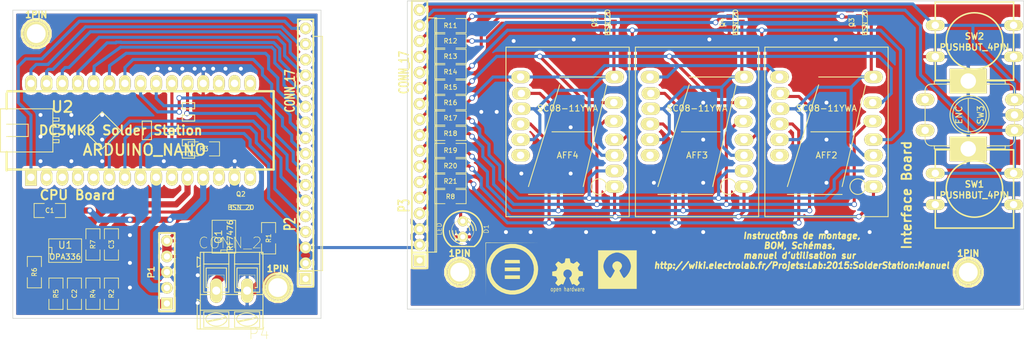
<source format=kicad_pcb>
(kicad_pcb (version 3) (host pcbnew "(2013-07-07 BZR 4022)-stable")
  (layers (15 Dessus.Cu signal) (0 Dessous.Cu signal))
  (net 0 "")
  (net 1 +12V)
  (net 2 /A)
  (net 3 /B)
  (net 4 /C)
  (net 5 /D)
  (net 6 /DP)
  (net 7 /Dot)
  (net 8 /E)
  (net 9 /E1)
  (net 10 /F)
  (net 11 /G)
  (net 12 /K1)
  (net 13 /K2)
  (net 14 /K3)
  (net 15 /L)
  (net 16 /LED)
  (net 17 GND)
  (net 18 N-000001)
  (net 19 N-0000011)
  (net 20 N-0000012)
  (net 21 N-0000013)
  (net 22 N-0000014)
  (net 23 N-0000016)
  (net 24 N-0000017)
  (net 25 N-0000018)
  (net 26 N-0000019)
  (net 27 N-000002)
  (net 28 N-0000020)
  (net 29 N-0000025)
  (net 30 N-0000026)
  (net 31 N-0000027)
  (net 32 N-0000028)
  (net 33 N-0000029)
  (net 34 N-0000030)
  (net 35 N-0000031)
  (net 36 N-0000032)
  (net 37 N-0000033)
  (net 38 N-0000034)
  (net 39 N-0000035)
  (net 40 N-0000036)
  (net 41 N-0000037)
  (net 42 N-0000038)
  (net 43 N-000004)
  (net 44 N-0000041)
  (net 45 N-0000043)
  (net 46 N-0000044)
  (net 47 N-000005)
  (net 48 N-000006)
  (net 49 N-0000062)
  (net 50 N-0000063)
  (net 51 N-0000065)
  (net 52 N-0000069)
  (net 53 N-000007)
  (net 54 N-0000070)
  (net 55 N-000008)
  (net 56 N-000009)
  (module 7_Seg_20mm (layer Dessus.Cu) (at 200 111)
    (fp_text reference AFF4)
    (fp_text value SC08-11YWA)
    (pad 1 thru_hole oval (at -7.62 -10.16) (size 3 2) (drill 1.2) (layers *.Cu *.Mask Dessus.SilkS) (net 2 /A))
    (pad 16 thru_hole oval (at 7.62 -10.16) (size 3 2) (drill 1.2) (layers *.Cu *.Mask Dessus.SilkS) (net 51 N-0000065))
    (pad 2 thru_hole oval (at -7.5 -7.5) (size 3 2) (drill 1.2) (layers *.Cu *.Mask Dessus.SilkS) (net 10 /F))
    (pad 4 thru_hole oval (at -7.62 -2.54) (size 3 2) (drill 1.2) (layers *.Cu *.Mask Dessus.SilkS) (net 8 /E))
    (pad 13 thru_hole oval (at 7.5 -3) (size 3 2) (drill 1.2) (layers *.Cu *.Mask Dessus.SilkS) (net 11 /G))
    (pad 14 thru_hole oval (at 7.5 -6) (size 3 2) (drill 1.2) (layers *.Cu *.Mask Dessus.SilkS) (net 3 /B))
    (pad 3 thru_hole oval (at -7.5 -5) (size 3 2) (drill 1.2) (layers *.Cu *.Mask Dessus.SilkS) (net 51 N-0000065))
    (pad 10 thru_hole oval (at 7.62 5.08) (size 3 2) (drill 1.2) (layers *.Cu *.Mask Dessus.SilkS) (net 5 /D))
    (pad 9 thru_hole oval (at 7.62 7.62) (size 3 2) (drill 1.2) (layers *.Cu *.Mask Dessus.SilkS) (net 6 /DP))
    (pad 6 thru_hole oval (at -7.62 2.54) (size 3 2) (drill 1.2) (layers *.Cu *.Mask Dessus.SilkS))
    (pad 11 thru_hole oval (at 7.62 2.54) (size 3 2) (drill 1.2) (layers *.Cu *.Mask Dessus.SilkS) (net 51 N-0000065))
    (pad 12 thru_hole oval (at 7.62 0) (size 3 2) (drill 1.2) (layers *.Cu *.Mask Dessus.SilkS) (net 4 /C))
    (pad 5 thru_hole oval (at -7.62 0) (size 3 2) (drill 1.2) (layers *.Cu *.Mask Dessus.SilkS) (net 51 N-0000065))
  )
  (module SW_PUSH-12mm (layer Dessus.Cu) (at 266 119)
    (fp_text reference SW1)
    (fp_text value PUSHBUT_4PIN)
    (pad 1 thru_hole oval (at 6.35 -2.54) (size 3.048 1.7272) (drill 1.2) (layers *.Cu *.Mask Dessus.SilkS) (net 45 N-0000043))
    (pad 2 thru_hole oval (at 6.35 2.54) (size 3.048 1.7272) (drill 1.2) (layers *.Cu *.Mask Dessus.SilkS) (net 17 GND))
    (pad 1 thru_hole oval (at -6.35 -2.54) (size 3.048 1.7272) (drill 1.2) (layers *.Cu *.Mask Dessus.SilkS) (net 45 N-0000043))
    (pad 2 thru_hole oval (at -6.35 2.54) (size 3.048 1.7272) (drill 1.2) (layers *.Cu *.Mask Dessus.SilkS) (net 17 GND))
  )
  (module SW_PUSH-12mm (layer Dessus.Cu) (at 266 95)
    (fp_text reference SW2)
    (fp_text value PUSHBUT_4PIN)
    (pad 1 thru_hole oval (at 6.35 -2.54) (size 3.048 1.7272) (drill 1.2) (layers *.Cu *.Mask Dessus.SilkS) (net 49 N-0000062))
    (pad 2 thru_hole oval (at 6.35 2.54) (size 3.048 1.7272) (drill 1.2) (layers *.Cu *.Mask Dessus.SilkS) (net 17 GND))
    (pad 1 thru_hole oval (at -6.35 -2.54) (size 3.048 1.7272) (drill 1.2) (layers *.Cu *.Mask Dessus.SilkS) (net 49 N-0000062))
    (pad 2 thru_hole oval (at -6.35 2.54) (size 3.048 1.7272) (drill 1.2) (layers *.Cu *.Mask Dessus.SilkS) (net 17 GND))
  )
  (module SOT23GDS (layer Dessus.Cu) (at 248.25 92 90)
    (fp_text reference Q3)
    (fp_text value "BSN 20")
    (pad S smd rect (at -0.889 -1.016 90) (size 0.9144 0.9144) (layers Dessus.Cu Dessus.Pate Dessus.Masque) (net 17 GND))
    (pad G smd rect (at 0.889 -1.016 90) (size 0.9144 0.9144) (layers Dessus.Cu Dessus.Pate Dessus.Masque) (net 12 /K1))
    (pad D smd rect (at 0 1.016 90) (size 0.9144 0.9144) (layers Dessus.Cu Dessus.Pate Dessus.Masque) (net 52 N-0000069))
  )
  (module SOT23GDS (layer Dessus.Cu) (at 206.5 92 90)
    (fp_text reference Q5)
    (fp_text value "BSN 20")
    (pad S smd rect (at -0.889 -1.016 90) (size 0.9144 0.9144) (layers Dessus.Cu Dessus.Pate Dessus.Masque) (net 17 GND))
    (pad G smd rect (at 0.889 -1.016 90) (size 0.9144 0.9144) (layers Dessus.Cu Dessus.Pate Dessus.Masque) (net 14 /K3))
    (pad D smd rect (at 0 1.016 90) (size 0.9144 0.9144) (layers Dessus.Cu Dessus.Pate Dessus.Masque) (net 51 N-0000065))
  )
  (module SOT23GDS (layer Dessus.Cu) (at 227.25 92 90)
    (fp_text reference Q4)
    (fp_text value "BSN 20")
    (pad S smd rect (at -0.889 -1.016 90) (size 0.9144 0.9144) (layers Dessus.Cu Dessus.Pate Dessus.Masque) (net 17 GND))
    (pad G smd rect (at 0.889 -1.016 90) (size 0.9144 0.9144) (layers Dessus.Cu Dessus.Pate Dessus.Masque) (net 13 /K2))
    (pad D smd rect (at 0 1.016 90) (size 0.9144 0.9144) (layers Dessus.Cu Dessus.Pate Dessus.Masque) (net 54 N-0000070))
  )
  (module SOT23GDS (layer Dessus.Cu) (at 147 122)
    (fp_text reference Q2)
    (fp_text value "BSN 20")
    (pad S smd rect (at -0.889 -1.016) (size 0.9144 0.9144) (layers Dessus.Cu Dessus.Pate Dessus.Masque) (net 17 GND))
    (pad G smd rect (at 0.889 -1.016) (size 0.9144 0.9144) (layers Dessus.Cu Dessus.Pate Dessus.Masque) (net 21 N-0000013))
    (pad D smd rect (at 0 1.016) (size 0.9144 0.9144) (layers Dessus.Cu Dessus.Pate Dessus.Masque) (net 27 N-000002))
  )
  (module SO8E (layer Dessus.Cu) (at 118.5 129)
    (fp_text reference U1)
    (fp_text value OPA336)
    (pad 8 smd rect (at -1.905 -2.667) (size 0.59944 1.39954) (layers Dessus.Cu Dessus.Pate Dessus.Masque))
    (pad 1 smd rect (at -1.905 2.667) (size 0.59944 1.39954) (layers Dessus.Cu Dessus.Pate Dessus.Masque))
    (pad 7 smd rect (at -0.635 -2.667) (size 0.59944 1.39954) (layers Dessus.Cu Dessus.Pate Dessus.Masque) (net 19 N-0000011))
    (pad 6 smd rect (at 0.635 -2.667) (size 0.59944 1.39954) (layers Dessus.Cu Dessus.Pate Dessus.Masque) (net 29 N-0000025))
    (pad 5 smd rect (at 1.905 -2.667) (size 0.59944 1.39954) (layers Dessus.Cu Dessus.Pate Dessus.Masque))
    (pad 2 smd rect (at -0.635 2.667) (size 0.59944 1.39954) (layers Dessus.Cu Dessus.Pate Dessus.Masque) (net 32 N-0000028))
    (pad 3 smd rect (at 0.635 2.667) (size 0.59944 1.39954) (layers Dessus.Cu Dessus.Pate Dessus.Masque) (net 31 N-0000027))
    (pad 4 smd rect (at 1.905 2.667) (size 0.59944 1.39954) (layers Dessus.Cu Dessus.Pate Dessus.Masque) (net 17 GND))
  )
  (module SO8E (layer Dessus.Cu) (at 144.25 126.75 90)
    (fp_text reference Q1)
    (fp_text value IRF7476)
    (pad 8 smd rect (at -1.905 -2.667 90) (size 0.59944 1.39954) (layers Dessus.Cu Dessus.Pate Dessus.Masque) (net 50 N-0000063))
    (pad 1 smd rect (at -1.905 2.667 90) (size 0.59944 1.39954) (layers Dessus.Cu Dessus.Pate Dessus.Masque) (net 1 +12V))
    (pad 7 smd rect (at -0.635 -2.667 90) (size 0.59944 1.39954) (layers Dessus.Cu Dessus.Pate Dessus.Masque) (net 50 N-0000063))
    (pad 6 smd rect (at 0.635 -2.667 90) (size 0.59944 1.39954) (layers Dessus.Cu Dessus.Pate Dessus.Masque) (net 50 N-0000063))
    (pad 5 smd rect (at 1.905 -2.667 90) (size 0.59944 1.39954) (layers Dessus.Cu Dessus.Pate Dessus.Masque) (net 50 N-0000063))
    (pad 2 smd rect (at -0.635 2.667 90) (size 0.59944 1.39954) (layers Dessus.Cu Dessus.Pate Dessus.Masque) (net 1 +12V))
    (pad 3 smd rect (at 0.635 2.667 90) (size 0.59944 1.39954) (layers Dessus.Cu Dessus.Pate Dessus.Masque) (net 1 +12V))
    (pad 4 smd rect (at 1.905 2.667 90) (size 0.59944 1.39954) (layers Dessus.Cu Dessus.Pate Dessus.Masque) (net 27 N-000002))
  )
  (module SM1206 (layer Dessus.Cu) (at 151.5 127 270)
    (fp_text reference R1)
    (fp_text value 10k hide)
    (pad 1 smd rect (at -1.651 0 270) (size 1.524 2.032) (layers Dessus.Cu Dessus.Pate Dessus.Masque) (net 27 N-000002))
    (pad 2 smd rect (at 1.651 0 270) (size 1.524 2.032) (layers Dessus.Cu Dessus.Pate Dessus.Masque) (net 1 +12V))
  )
  (module SM1206 (layer Dessus.Cu) (at 141 112.5 180)
    (fp_text reference R3)
    (fp_text value 1k hide)
    (pad 1 smd rect (at -1.651 0 180) (size 1.524 2.032) (layers Dessus.Cu Dessus.Pate Dessus.Masque) (net 21 N-0000013))
    (pad 2 smd rect (at 1.651 0 180) (size 1.524 2.032) (layers Dessus.Cu Dessus.Pate Dessus.Masque) (net 20 N-0000012))
  )
  (module SM1206 (layer Dessus.Cu) (at 181 112.75)
    (fp_text reference R19)
    (fp_text value 220 hide)
    (pad 1 smd rect (at -1.651 0) (size 1.524 2.032) (layers Dessus.Cu Dessus.Pate Dessus.Masque) (net 22 N-0000014))
    (pad 2 smd rect (at 1.651 0) (size 1.524 2.032) (layers Dessus.Cu Dessus.Pate Dessus.Masque) (net 10 /F))
  )
  (module SM1206 (layer Dessus.Cu) (at 181 105)
    (fp_text reference R16)
    (fp_text value 220 hide)
    (pad 1 smd rect (at -1.651 0) (size 1.524 2.032) (layers Dessus.Cu Dessus.Pate Dessus.Masque) (net 55 N-000008))
    (pad 2 smd rect (at 1.651 0) (size 1.524 2.032) (layers Dessus.Cu Dessus.Pate Dessus.Masque) (net 2 /A))
  )
  (module SM1206 (layer Dessus.Cu) (at 181 92.5)
    (fp_text reference R11)
    (fp_text value 1k hide)
    (pad 1 smd rect (at -1.651 0) (size 1.524 2.032) (layers Dessus.Cu Dessus.Pate Dessus.Masque) (net 48 N-000006))
    (pad 2 smd rect (at 1.651 0) (size 1.524 2.032) (layers Dessus.Cu Dessus.Pate Dessus.Masque) (net 12 /K1))
  )
  (module SM1206 (layer Dessus.Cu) (at 181 95)
    (fp_text reference R12)
    (fp_text value 1k hide)
    (pad 1 smd rect (at -1.651 0) (size 1.524 2.032) (layers Dessus.Cu Dessus.Pate Dessus.Masque) (net 47 N-000005))
    (pad 2 smd rect (at 1.651 0) (size 1.524 2.032) (layers Dessus.Cu Dessus.Pate Dessus.Masque) (net 13 /K2))
  )
  (module SM1206 (layer Dessus.Cu) (at 181 97.5)
    (fp_text reference R13)
    (fp_text value 1k hide)
    (pad 1 smd rect (at -1.651 0) (size 1.524 2.032) (layers Dessus.Cu Dessus.Pate Dessus.Masque) (net 43 N-000004))
    (pad 2 smd rect (at 1.651 0) (size 1.524 2.032) (layers Dessus.Cu Dessus.Pate Dessus.Masque) (net 14 /K3))
  )
  (module SM1206 (layer Dessus.Cu) (at 181 110)
    (fp_text reference R18)
    (fp_text value 220 hide)
    (pad 1 smd rect (at -1.651 0) (size 1.524 2.032) (layers Dessus.Cu Dessus.Pate Dessus.Masque) (net 24 N-0000017))
    (pad 2 smd rect (at 1.651 0) (size 1.524 2.032) (layers Dessus.Cu Dessus.Pate Dessus.Masque) (net 11 /G))
  )
  (module SM1206 (layer Dessus.Cu) (at 181 115.25)
    (fp_text reference R20)
    (fp_text value 220 hide)
    (pad 1 smd rect (at -1.651 0) (size 1.524 2.032) (layers Dessus.Cu Dessus.Pate Dessus.Masque) (net 25 N-0000018))
    (pad 2 smd rect (at 1.651 0) (size 1.524 2.032) (layers Dessus.Cu Dessus.Pate Dessus.Masque) (net 6 /DP))
  )
  (module SM1206 (layer Dessus.Cu) (at 181 117.75)
    (fp_text reference R21)
    (fp_text value 220 hide)
    (pad 1 smd rect (at -1.651 0) (size 1.524 2.032) (layers Dessus.Cu Dessus.Pate Dessus.Masque) (net 26 N-0000019))
    (pad 2 smd rect (at 1.651 0) (size 1.524 2.032) (layers Dessus.Cu Dessus.Pate Dessus.Masque) (net 8 /E))
  )
  (module SM1206 (layer Dessus.Cu) (at 181 107.5)
    (fp_text reference R17)
    (fp_text value 220 hide)
    (pad 1 smd rect (at -1.651 0) (size 1.524 2.032) (layers Dessus.Cu Dessus.Pate Dessus.Masque) (net 23 N-0000016))
    (pad 2 smd rect (at 1.651 0) (size 1.524 2.032) (layers Dessus.Cu Dessus.Pate Dessus.Masque) (net 5 /D))
  )
  (module SM1206 (layer Dessus.Cu) (at 126 136 90)
    (fp_text reference R2)
    (fp_text value 5k6 hide)
    (pad 1 smd rect (at -1.651 0 90) (size 1.524 2.032) (layers Dessus.Cu Dessus.Pate Dessus.Masque) (net 30 N-0000026))
    (pad 2 smd rect (at 1.651 0 90) (size 1.524 2.032) (layers Dessus.Cu Dessus.Pate Dessus.Masque) (net 31 N-0000027))
  )
  (module SM1206 (layer Dessus.Cu) (at 123 136 270)
    (fp_text reference R4)
    (fp_text value 100k hide)
    (pad 1 smd rect (at -1.651 0 270) (size 1.524 2.032) (layers Dessus.Cu Dessus.Pate Dessus.Masque) (net 31 N-0000027))
    (pad 2 smd rect (at 1.651 0 270) (size 1.524 2.032) (layers Dessus.Cu Dessus.Pate Dessus.Masque) (net 17 GND))
  )
  (module SM1206 (layer Dessus.Cu) (at 120 136 270)
    (fp_text reference C2)
    (fp_text value 10n hide)
    (pad 1 smd rect (at -1.651 0 270) (size 1.524 2.032) (layers Dessus.Cu Dessus.Pate Dessus.Masque) (net 31 N-0000027))
    (pad 2 smd rect (at 1.651 0 270) (size 1.524 2.032) (layers Dessus.Cu Dessus.Pate Dessus.Masque) (net 17 GND))
  )
  (module SM1206 (layer Dessus.Cu) (at 117 136 270)
    (fp_text reference R5)
    (fp_text value 100 hide)
    (pad 1 smd rect (at -1.651 0 270) (size 1.524 2.032) (layers Dessus.Cu Dessus.Pate Dessus.Masque) (net 32 N-0000028))
    (pad 2 smd rect (at 1.651 0 270) (size 1.524 2.032) (layers Dessus.Cu Dessus.Pate Dessus.Masque) (net 17 GND))
  )
  (module SM1206 (layer Dessus.Cu) (at 113.5 132.5 90)
    (fp_text reference R6)
    (fp_text value 68 hide)
    (pad 1 smd rect (at -1.651 0 90) (size 1.524 2.032) (layers Dessus.Cu Dessus.Pate Dessus.Masque) (net 32 N-0000028))
    (pad 2 smd rect (at 1.651 0 90) (size 1.524 2.032) (layers Dessus.Cu Dessus.Pate Dessus.Masque) (net 29 N-0000025))
  )
  (module SM1206 (layer Dessus.Cu) (at 123 128 90)
    (fp_text reference R7)
    (fp_text value 5k6 hide)
    (pad 1 smd rect (at -1.651 0 90) (size 1.524 2.032) (layers Dessus.Cu Dessus.Pate Dessus.Masque) (net 29 N-0000025))
    (pad 2 smd rect (at 1.651 0 90) (size 1.524 2.032) (layers Dessus.Cu Dessus.Pate Dessus.Masque) (net 56 N-000009))
  )
  (module SM1206 (layer Dessus.Cu) (at 126 128 270)
    (fp_text reference C3)
    (fp_text value 10n hide)
    (pad 1 smd rect (at -1.651 0 270) (size 1.524 2.032) (layers Dessus.Cu Dessus.Pate Dessus.Masque) (net 56 N-000009))
    (pad 2 smd rect (at 1.651 0 270) (size 1.524 2.032) (layers Dessus.Cu Dessus.Pate Dessus.Masque) (net 17 GND))
  )
  (module SM1206 (layer Dessus.Cu) (at 181 120.25)
    (fp_text reference R8)
    (fp_text value 220 hide)
    (pad 1 smd rect (at -1.651 0) (size 1.524 2.032) (layers Dessus.Cu Dessus.Pate Dessus.Masque) (net 28 N-0000020))
    (pad 2 smd rect (at 1.651 0) (size 1.524 2.032) (layers Dessus.Cu Dessus.Pate Dessus.Masque) (net 16 /LED))
  )
  (module SM1206 (layer Dessus.Cu) (at 116 122.5 180)
    (fp_text reference C1)
    (fp_text value 100n hide)
    (pad 1 smd rect (at -1.651 0 180) (size 1.524 2.032) (layers Dessus.Cu Dessus.Pate Dessus.Masque) (net 19 N-0000011))
    (pad 2 smd rect (at 1.651 0 180) (size 1.524 2.032) (layers Dessus.Cu Dessus.Pate Dessus.Masque) (net 17 GND))
  )
  (module SM1206 (layer Dessus.Cu) (at 181 100)
    (fp_text reference R14)
    (fp_text value 220 hide)
    (pad 1 smd rect (at -1.651 0) (size 1.524 2.032) (layers Dessus.Cu Dessus.Pate Dessus.Masque) (net 18 N-000001))
    (pad 2 smd rect (at 1.651 0) (size 1.524 2.032) (layers Dessus.Cu Dessus.Pate Dessus.Masque) (net 4 /C))
  )
  (module SM1206 (layer Dessus.Cu) (at 181 102.5)
    (fp_text reference R15)
    (fp_text value 220 hide)
    (pad 1 smd rect (at -1.651 0) (size 1.524 2.032) (layers Dessus.Cu Dessus.Pate Dessus.Masque) (net 53 N-000007))
    (pad 2 smd rect (at 1.651 0) (size 1.524 2.032) (layers Dessus.Cu Dessus.Pate Dessus.Masque) (net 3 /B))
  )
  (module Rotary_Encoder (layer Dessus.Cu) (at 265 107 90)
    (fp_text reference SW3)
    (fp_text value ENC)
    (pad 7 thru_hole rect (at 5.5 0 90) (size 4 6) (drill 2.5) (layers *.Cu *.Mask Dessus.SilkS) (net 17 GND))
    (pad 6 thru_hole rect (at -5.5 0 90) (size 4 6) (drill 2.5) (layers *.Cu *.Mask Dessus.SilkS) (net 17 GND))
    (pad 4 thru_hole oval (at -2.5 -7 90) (size 2 3) (drill 1.2) (layers *.Cu *.Mask Dessus.SilkS))
    (pad 5 thru_hole oval (at 2.5 -7 90) (size 2 3) (drill 1.2) (layers *.Cu *.Mask Dessus.SilkS))
    (pad 2 thru_hole oval (at 0 7.5 90) (size 2 3) (drill 1.2) (layers *.Cu *.Mask Dessus.SilkS) (net 17 GND))
    (pad 3 thru_hole oval (at 2.5 7.5 90) (size 2 3) (drill 1.2) (layers *.Cu *.Mask Dessus.SilkS) (net 49 N-0000062))
    (pad 1 thru_hole oval (at -2.5 7.5 90) (size 2 3) (drill 1.2) (layers *.Cu *.Mask Dessus.SilkS) (net 45 N-0000043))
  )
  (module PIN_ARRAY_5x1 (layer Dessus.Cu) (at 135 132.5 90)
    (fp_text reference P1)
    (fp_text value DIN_5 hide)
    (pad 1 thru_hole rect (at -5.08 0 90) (size 1.9 1.9) (drill 1.016) (layers *.Cu *.Mask Dessus.SilkS) (net 30 N-0000026))
    (pad 2 thru_hole circle (at -2.54 0 90) (size 1.9 1.9) (drill 1.016) (layers *.Cu *.Mask Dessus.SilkS) (net 46 N-0000044))
    (pad 3 thru_hole circle (at 0 0 90) (size 1.9 1.9) (drill 1.016) (layers *.Cu *.Mask Dessus.SilkS) (net 17 GND))
    (pad 4 thru_hole circle (at 2.54 0 90) (size 1.9 1.9) (drill 1.016) (layers *.Cu *.Mask Dessus.SilkS) (net 50 N-0000063))
    (pad 5 thru_hole circle (at 5.08 0 90) (size 1.9 1.9) (drill 1.016) (layers *.Cu *.Mask Dessus.SilkS) (net 50 N-0000063))
  )
  (module LED-5MM (layer Dessus.Cu) (at 183 125.5 270)
    (fp_text reference D1)
    (fp_text value LED)
    (pad 1 thru_hole circle (at -1.27 0 270) (size 1.6764 1.6764) (drill 0.8128) (layers *.Cu *.Mask Dessus.SilkS) (net 16 /LED))
    (pad 2 thru_hole circle (at 1.27 0 270) (size 1.6764 1.6764) (drill 0.8128) (layers *.Cu *.Mask Dessus.SilkS) (net 17 GND))
  )
  (module Arduino_Nano (layer Dessus.Cu) (at 132 109.5)
    (fp_text reference U2)
    (fp_text value ARDUINO_NANO)
    (pad 1 thru_hole rect (at -19.05 7.62) (size 1.9 2.7) (drill 1.2) (layers *.Cu *.Mask Dessus.SilkS) (net 33 N-0000029))
    (pad 2 thru_hole oval (at -16.51 7.62) (size 1.9 2.7) (drill 1.2) (layers *.Cu *.Mask Dessus.SilkS))
    (pad 3 thru_hole oval (at -13.97 7.62) (size 1.9 2.7) (drill 1.2) (layers *.Cu *.Mask Dessus.SilkS))
    (pad 4 thru_hole oval (at -11.43 7.62) (size 1.9 2.7) (drill 1.2) (layers *.Cu *.Mask Dessus.SilkS))
    (pad 5 thru_hole oval (at -8.89 7.62) (size 1.9 2.7) (drill 1.2) (layers *.Cu *.Mask Dessus.SilkS))
    (pad 6 thru_hole oval (at -6.35 7.62) (size 1.9 2.7) (drill 1.2) (layers *.Cu *.Mask Dessus.SilkS) (net 7 /Dot))
    (pad 7 thru_hole oval (at -3.81 7.62) (size 1.9 2.7) (drill 1.2) (layers *.Cu *.Mask Dessus.SilkS) (net 9 /E1))
    (pad 8 thru_hole oval (at -1.27 7.62) (size 1.9 2.7) (drill 1.2) (layers *.Cu *.Mask Dessus.SilkS) (net 15 /L))
    (pad 9 thru_hole oval (at 1.27 7.62) (size 1.9 2.7) (drill 1.2) (layers *.Cu *.Mask Dessus.SilkS) (net 46 N-0000044))
    (pad 10 thru_hole oval (at 3.81 7.62) (size 1.9 2.7) (drill 1.2) (layers *.Cu *.Mask Dessus.SilkS))
    (pad 11 thru_hole oval (at 6.35 7.62) (size 1.9 2.7) (drill 1.2) (layers *.Cu *.Mask Dessus.SilkS) (net 56 N-000009))
    (pad 12 thru_hole oval (at 8.89 7.62) (size 1.9 2.7) (drill 1.2) (layers *.Cu *.Mask Dessus.SilkS) (net 19 N-0000011))
    (pad 13 thru_hole oval (at 11.43 7.62) (size 1.9 2.7) (drill 1.2) (layers *.Cu *.Mask Dessus.SilkS))
    (pad 14 thru_hole oval (at 13.97 7.62) (size 1.9 2.7) (drill 1.2) (layers *.Cu *.Mask Dessus.SilkS) (net 17 GND))
    (pad 15 thru_hole oval (at 16.51 7.62) (size 1.9 2.7) (drill 1.2) (layers *.Cu *.Mask Dessus.SilkS))
    (pad 16 thru_hole oval (at 16.51 -7.62) (size 1.9 2.7) (drill 1.2) (layers *.Cu *.Mask Dessus.SilkS))
    (pad 17 thru_hole oval (at 13.97 -7.62) (size 1.9 2.7) (drill 1.2) (layers *.Cu *.Mask Dessus.SilkS))
    (pad 18 thru_hole oval (at 11.43 -7.62) (size 1.9 2.7) (drill 1.2) (layers *.Cu *.Mask Dessus.SilkS))
    (pad 19 thru_hole oval (at 8.89 -7.62) (size 1.9 2.7) (drill 1.2) (layers *.Cu *.Mask Dessus.SilkS) (net 17 GND))
    (pad 20 thru_hole oval (at 6.35 -7.62) (size 1.9 2.7) (drill 1.2) (layers *.Cu *.Mask Dessus.SilkS) (net 41 N-0000037))
    (pad 21 thru_hole oval (at 3.81 -7.62) (size 1.9 2.7) (drill 1.2) (layers *.Cu *.Mask Dessus.SilkS) (net 20 N-0000012))
    (pad 22 thru_hole oval (at 1.27 -7.62) (size 1.9 2.7) (drill 1.2) (layers *.Cu *.Mask Dessus.SilkS) (net 42 N-0000038))
    (pad 23 thru_hole oval (at -1.27 -7.62) (size 1.9 2.7) (drill 1.2) (layers *.Cu *.Mask Dessus.SilkS) (net 44 N-0000041))
    (pad 24 thru_hole oval (at -3.81 -7.62) (size 1.9 2.7) (drill 1.2) (layers *.Cu *.Mask Dessus.SilkS) (net 40 N-0000036))
    (pad 25 thru_hole oval (at -6.35 -7.62) (size 1.9 2.7) (drill 1.2) (layers *.Cu *.Mask Dessus.SilkS) (net 39 N-0000035))
    (pad 26 thru_hole oval (at -8.89 -7.62) (size 1.9 2.7) (drill 1.2) (layers *.Cu *.Mask Dessus.SilkS) (net 38 N-0000034))
    (pad 27 thru_hole oval (at -11.43 -7.62) (size 1.9 2.7) (drill 1.2) (layers *.Cu *.Mask Dessus.SilkS) (net 37 N-0000033))
    (pad 28 thru_hole oval (at -13.97 -7.62) (size 1.9 2.7) (drill 1.2) (layers *.Cu *.Mask Dessus.SilkS) (net 36 N-0000032))
    (pad 29 thru_hole oval (at -16.51 -7.62) (size 1.9 2.7) (drill 1.2) (layers *.Cu *.Mask Dessus.SilkS) (net 35 N-0000031))
    (pad 30 thru_hole oval (at -19.05 -7.62) (size 1.9 2.7) (drill 1.2) (layers *.Cu *.Mask Dessus.SilkS) (net 34 N-0000030))
  )
  (module 7_Seg_20mm (layer Dessus.Cu) (at 221 111)
    (fp_text reference AFF3)
    (fp_text value SC08-11YWA)
    (pad 1 thru_hole oval (at -7.62 -10.16) (size 3 2) (drill 1.2) (layers *.Cu *.Mask Dessus.SilkS) (net 2 /A))
    (pad 16 thru_hole oval (at 7.62 -10.16) (size 3 2) (drill 1.2) (layers *.Cu *.Mask Dessus.SilkS) (net 54 N-0000070))
    (pad 2 thru_hole oval (at -7.5 -7.5) (size 3 2) (drill 1.2) (layers *.Cu *.Mask Dessus.SilkS) (net 10 /F))
    (pad 4 thru_hole oval (at -7.62 -2.54) (size 3 2) (drill 1.2) (layers *.Cu *.Mask Dessus.SilkS) (net 8 /E))
    (pad 13 thru_hole oval (at 7.5 -3) (size 3 2) (drill 1.2) (layers *.Cu *.Mask Dessus.SilkS) (net 11 /G))
    (pad 14 thru_hole oval (at 7.5 -6) (size 3 2) (drill 1.2) (layers *.Cu *.Mask Dessus.SilkS) (net 3 /B))
    (pad 3 thru_hole oval (at -7.5 -5) (size 3 2) (drill 1.2) (layers *.Cu *.Mask Dessus.SilkS) (net 54 N-0000070))
    (pad 10 thru_hole oval (at 7.62 5.08) (size 3 2) (drill 1.2) (layers *.Cu *.Mask Dessus.SilkS) (net 5 /D))
    (pad 9 thru_hole oval (at 7.62 7.62) (size 3 2) (drill 1.2) (layers *.Cu *.Mask Dessus.SilkS) (net 6 /DP))
    (pad 6 thru_hole oval (at -7.62 2.54) (size 3 2) (drill 1.2) (layers *.Cu *.Mask Dessus.SilkS))
    (pad 11 thru_hole oval (at 7.62 2.54) (size 3 2) (drill 1.2) (layers *.Cu *.Mask Dessus.SilkS) (net 54 N-0000070))
    (pad 12 thru_hole oval (at 7.62 0) (size 3 2) (drill 1.2) (layers *.Cu *.Mask Dessus.SilkS) (net 4 /C))
    (pad 5 thru_hole oval (at -7.62 0) (size 3 2) (drill 1.2) (layers *.Cu *.Mask Dessus.SilkS) (net 54 N-0000070))
  )
  (module 7_Seg_20mm (layer Dessus.Cu) (at 242 111)
    (fp_text reference AFF2)
    (fp_text value SC08-11YWA)
    (pad 1 thru_hole oval (at -7.62 -10.16) (size 3 2) (drill 1.2) (layers *.Cu *.Mask Dessus.SilkS) (net 2 /A))
    (pad 16 thru_hole oval (at 7.62 -10.16) (size 3 2) (drill 1.2) (layers *.Cu *.Mask Dessus.SilkS) (net 52 N-0000069))
    (pad 2 thru_hole oval (at -7.5 -7.5) (size 3 2) (drill 1.2) (layers *.Cu *.Mask Dessus.SilkS) (net 10 /F))
    (pad 4 thru_hole oval (at -7.62 -2.54) (size 3 2) (drill 1.2) (layers *.Cu *.Mask Dessus.SilkS) (net 8 /E))
    (pad 13 thru_hole oval (at 7.5 -3) (size 3 2) (drill 1.2) (layers *.Cu *.Mask Dessus.SilkS) (net 11 /G))
    (pad 14 thru_hole oval (at 7.5 -6) (size 3 2) (drill 1.2) (layers *.Cu *.Mask Dessus.SilkS) (net 3 /B))
    (pad 3 thru_hole oval (at -7.5 -5) (size 3 2) (drill 1.2) (layers *.Cu *.Mask Dessus.SilkS) (net 52 N-0000069))
    (pad 10 thru_hole oval (at 7.62 5.08) (size 3 2) (drill 1.2) (layers *.Cu *.Mask Dessus.SilkS) (net 5 /D))
    (pad 9 thru_hole oval (at 7.62 7.62) (size 3 2) (drill 1.2) (layers *.Cu *.Mask Dessus.SilkS) (net 6 /DP))
    (pad 6 thru_hole oval (at -7.62 2.54) (size 3 2) (drill 1.2) (layers *.Cu *.Mask Dessus.SilkS))
    (pad 11 thru_hole oval (at 7.62 2.54) (size 3 2) (drill 1.2) (layers *.Cu *.Mask Dessus.SilkS) (net 52 N-0000069))
    (pad 12 thru_hole oval (at 7.62 0) (size 3 2) (drill 1.2) (layers *.Cu *.Mask Dessus.SilkS) (net 4 /C))
    (pad 5 thru_hole oval (at -7.62 0) (size 3 2) (drill 1.2) (layers *.Cu *.Mask Dessus.SilkS) (net 52 N-0000069))
  )
  (module SIL-17 (layer Dessus.Cu) (at 176 109 90)
    (fp_text reference P3)
    (fp_text value CONN_17)
    (pad 1 thru_hole rect (at -21.59 0 90) (size 1.9 1.9) (drill 1) (layers *.Cu *.Mask Dessus.SilkS))
    (pad 2 thru_hole circle (at -19.05 0 90) (size 1.9 1.9) (drill 1) (layers *.Cu *.Mask Dessus.SilkS) (net 17 GND))
    (pad 3 thru_hole circle (at -16.51 0 90) (size 1.9 1.9) (drill 1) (layers *.Cu *.Mask Dessus.SilkS) (net 17 GND))
    (pad 4 thru_hole circle (at -13.97 0 90) (size 1.9 1.9) (drill 1) (layers *.Cu *.Mask Dessus.SilkS) (net 28 N-0000020))
    (pad 5 thru_hole circle (at -11.43 0 90) (size 1.9 1.9) (drill 1) (layers *.Cu *.Mask Dessus.SilkS) (net 26 N-0000019))
    (pad 6 thru_hole circle (at -8.89 0 90) (size 1.9 1.9) (drill 1) (layers *.Cu *.Mask Dessus.SilkS) (net 25 N-0000018))
    (pad 7 thru_hole circle (at -6.35 0 90) (size 1.9 1.9) (drill 1) (layers *.Cu *.Mask Dessus.SilkS) (net 22 N-0000014))
    (pad 8 thru_hole circle (at -3.81 0 90) (size 1.9 1.9) (drill 1) (layers *.Cu *.Mask Dessus.SilkS) (net 24 N-0000017))
    (pad 9 thru_hole circle (at -1.27 0 90) (size 1.9 1.9) (drill 1) (layers *.Cu *.Mask Dessus.SilkS) (net 23 N-0000016))
    (pad 10 thru_hole circle (at 1.27 0 90) (size 1.9 1.9) (drill 1) (layers *.Cu *.Mask Dessus.SilkS) (net 55 N-000008))
    (pad 11 thru_hole circle (at 3.81 0 90) (size 1.9 1.9) (drill 1) (layers *.Cu *.Mask Dessus.SilkS) (net 53 N-000007))
    (pad 12 thru_hole circle (at 6.35 0 90) (size 1.9 1.9) (drill 1) (layers *.Cu *.Mask Dessus.SilkS) (net 18 N-000001))
    (pad 13 thru_hole circle (at 8.89 0 90) (size 1.9 1.9) (drill 1) (layers *.Cu *.Mask Dessus.SilkS) (net 43 N-000004))
    (pad 14 thru_hole circle (at 11.43 0 90) (size 1.9 1.9) (drill 1) (layers *.Cu *.Mask Dessus.SilkS) (net 47 N-000005))
    (pad 15 thru_hole circle (at 13.97 0 90) (size 1.9 1.9) (drill 1) (layers *.Cu *.Mask Dessus.SilkS) (net 48 N-000006))
    (pad 16 thru_hole circle (at 16.51 0 90) (size 1.9 1.9) (drill 1) (layers *.Cu *.Mask Dessus.SilkS) (net 45 N-0000043))
    (pad 17 thru_hole circle (at 19.05 0 90) (size 1.9 1.9) (drill 1) (layers *.Cu *.Mask Dessus.SilkS) (net 49 N-0000062))
  )
  (module SIL-17 (layer Dessus.Cu) (at 157.5 112 90)
    (fp_text reference P2)
    (fp_text value CONN_17)
    (pad 1 thru_hole rect (at -21.59 0 90) (size 1.9 1.9) (drill 1) (layers *.Cu *.Mask Dessus.SilkS))
    (pad 2 thru_hole circle (at -19.05 0 90) (size 1.9 1.9) (drill 1) (layers *.Cu *.Mask Dessus.SilkS) (net 17 GND))
    (pad 3 thru_hole circle (at -16.51 0 90) (size 1.9 1.9) (drill 1) (layers *.Cu *.Mask Dessus.SilkS) (net 17 GND))
    (pad 4 thru_hole circle (at -13.97 0 90) (size 1.9 1.9) (drill 1) (layers *.Cu *.Mask Dessus.SilkS) (net 15 /L))
    (pad 5 thru_hole circle (at -11.43 0 90) (size 1.9 1.9) (drill 1) (layers *.Cu *.Mask Dessus.SilkS) (net 9 /E1))
    (pad 6 thru_hole circle (at -8.89 0 90) (size 1.9 1.9) (drill 1) (layers *.Cu *.Mask Dessus.SilkS) (net 7 /Dot))
    (pad 7 thru_hole circle (at -6.35 0 90) (size 1.9 1.9) (drill 1) (layers *.Cu *.Mask Dessus.SilkS) (net 41 N-0000037))
    (pad 8 thru_hole circle (at -3.81 0 90) (size 1.9 1.9) (drill 1) (layers *.Cu *.Mask Dessus.SilkS) (net 42 N-0000038))
    (pad 9 thru_hole circle (at -1.27 0 90) (size 1.9 1.9) (drill 1) (layers *.Cu *.Mask Dessus.SilkS) (net 44 N-0000041))
    (pad 10 thru_hole circle (at 1.27 0 90) (size 1.9 1.9) (drill 1) (layers *.Cu *.Mask Dessus.SilkS) (net 40 N-0000036))
    (pad 11 thru_hole circle (at 3.81 0 90) (size 1.9 1.9) (drill 1) (layers *.Cu *.Mask Dessus.SilkS) (net 39 N-0000035))
    (pad 12 thru_hole circle (at 6.35 0 90) (size 1.9 1.9) (drill 1) (layers *.Cu *.Mask Dessus.SilkS) (net 38 N-0000034))
    (pad 13 thru_hole circle (at 8.89 0 90) (size 1.9 1.9) (drill 1) (layers *.Cu *.Mask Dessus.SilkS) (net 37 N-0000033))
    (pad 14 thru_hole circle (at 11.43 0 90) (size 1.9 1.9) (drill 1) (layers *.Cu *.Mask Dessus.SilkS) (net 36 N-0000032))
    (pad 15 thru_hole circle (at 13.97 0 90) (size 1.9 1.9) (drill 1) (layers *.Cu *.Mask Dessus.SilkS) (net 35 N-0000031))
    (pad 16 thru_hole circle (at 16.51 0 90) (size 1.9 1.9) (drill 1) (layers *.Cu *.Mask Dessus.SilkS) (net 34 N-0000030))
    (pad 17 thru_hole circle (at 19.05 0 90) (size 1.9 1.9) (drill 1) (layers *.Cu *.Mask Dessus.SilkS) (net 33 N-0000029))
  )
  (module AK300-2 (layer Dessus.Cu) (at 145.5 135.5 180)
    (fp_text reference P4)
    (fp_text value CONN_2)
    (pad 1 thru_hole oval (at -2.5146 0 180) (size 1.9812 3.9624) (drill 1.3208) (layers *.Cu Dessus.Pate Dessus.SilkS Dessus.Masque) (net 17 GND))
    (pad 2 thru_hole oval (at 2.4892 0 180) (size 1.9812 3.9624) (drill 1.3208) (layers *.Cu Dessus.Pate Dessus.SilkS Dessus.Masque) (net 1 +12V))
  )
  (module 1pin (layer Dessus.Cu) (at 153 135)
    (fp_text reference 1PIN)
    (fp_text value P*** hide)
    (pad 1 thru_hole circle (at 0 0) (size 4.064 4.064) (drill 3.048) (layers *.Cu *.Mask Dessus.SilkS))
  )
  (module 1pin (layer Dessus.Cu) (at 113.8 93.8)
    (fp_text reference 1PIN)
    (fp_text value P*** hide)
    (pad 1 thru_hole circle (at 0 0) (size 4.064 4.064) (drill 3.048) (layers *.Cu *.Mask Dessus.SilkS))
  )
  (module 1pin (layer Dessus.Cu) (at 182.5 132.5)
    (fp_text reference 1PIN)
    (fp_text value P*** hide)
    (pad 1 thru_hole circle (at 0 0) (size 4.064 4.064) (drill 3.048) (layers *.Cu *.Mask Dessus.SilkS))
  )
  (module 1pin (layer Dessus.Cu) (at 265 132.5)
    (fp_text reference 1PIN)
    (fp_text value P*** hide)
    (pad 1 thru_hole circle (at 0 0) (size 4.064 4.064) (drill 3.048) (layers *.Cu *.Mask Dessus.SilkS))
  )
  (module LOGO_ElecLab (layer Dessus.Cu) (at 191 132)
    (fp_text reference "" hide)
    (fp_text value "" hide)
  )
  (module LOGO_ossw (layer Dessus.Cu) (at 208 132)
    (fp_text reference "" hide)
    (fp_text value "" hide)
  )
  (module Logo_silk_OSHW_6x6mm (layer Dessus.Cu) (at 200 132.5)
    (fp_text reference G*** hide)
    (fp_text value LOGO hide)
  )
  (segment (start 143.0108 135.5) (end 143.0108 133.9892) (width 1.5) (layer Dessus.Cu) (net 1))
  (segment (start 151.5 130) (end 151.5 128.651) (width 1.5) (layer Dessus.Cu) (net 1))
  (segment (start 150 131.5) (end 151.5 130) (width 1.5) (layer Dessus.Cu) (net 1))
  (segment (start 145.5 131.5) (end 150 131.5) (width 1.5) (layer Dessus.Cu) (net 1))
  (segment (start 143.0108 133.9892) (end 145.5 131.5) (width 1.5) (layer Dessus.Cu) (net 1))
  (segment (start 146.917 126.115) (end 148.964 126.115) (width 0.5) (layer Dessus.Cu) (net 1))
  (segment (start 148.964 126.115) (end 150.234 127.385) (width 0.5) (layer Dessus.Cu) (net 1))
  (segment (start 150.234 127.385) (end 150.115 127.385) (width 0.5) (layer Dessus.Cu) (net 1))
  (segment (start 150.115 127.385) (end 150 127.5) (width 0.5) (layer Dessus.Cu) (net 1))
  (segment (start 150 127.5) (end 150 127.385) (width 0.5) (layer Dessus.Cu) (net 1))
  (segment (start 146.917 127.385) (end 150 127.385) (width 0.5) (layer Dessus.Cu) (net 1))
  (segment (start 150 127.385) (end 150.234 127.385) (width 0.5) (layer Dessus.Cu) (net 1))
  (segment (start 150.234 127.385) (end 151.5 128.651) (width 0.5) (layer Dessus.Cu) (net 1))
  (segment (start 146.917 128.655) (end 151.496 128.655) (width 0.5) (layer Dessus.Cu) (net 1))
  (segment (start 151.496 128.655) (end 151.5 128.651) (width 0.5) (layer Dessus.Cu) (net 1))
  (segment (start 192.38 100.84) (end 187.91 100.84) (width 0.5) (layer Dessous.Cu) (net 2))
  (segment (start 183.75 105) (end 182.651 105) (width 0.5) (layer Dessus.Cu) (net 2))
  (segment (start 184.5 104.25) (end 183.75 105) (width 0.5) (layer Dessus.Cu) (net 2))
  (via (at 184.5 104.25) (size 0.889) (layers Dessus.Cu Dessous.Cu) (net 2))
  (segment (start 187.91 100.84) (end 184.5 104.25) (width 0.5) (layer Dessous.Cu) (net 2))
  (segment (start 213.38 100.84) (end 216.16 100.84) (width 0.5) (layer Dessous.Cu) (net 2))
  (segment (start 218 99) (end 217.5 99) (width 0.5) (layer Dessous.Cu) (net 2))
  (segment (start 216.16 100.84) (end 218 99) (width 0.5) (layer Dessous.Cu) (net 2))
  (segment (start 192.38 100.84) (end 204.16 100.84) (width 0.5) (layer Dessous.Cu) (net 2))
  (segment (start 232.54 99) (end 234.38 100.84) (width 0.5) (layer Dessous.Cu) (net 2))
  (segment (start 206 99) (end 217.5 99) (width 0.5) (layer Dessous.Cu) (net 2))
  (segment (start 217.5 99) (end 232.54 99) (width 0.5) (layer Dessous.Cu) (net 2))
  (segment (start 204.16 100.84) (end 206 99) (width 0.5) (layer Dessous.Cu) (net 2))
  (segment (start 216.5 97.5) (end 250.5 97.5) (width 0.5) (layer Dessous.Cu) (net 3))
  (segment (start 251 105) (end 249.5 105) (width 0.5) (layer Dessous.Cu) (net 3))
  (segment (start 252.5 103.5) (end 251 105) (width 0.5) (layer Dessous.Cu) (net 3))
  (segment (start 252.5 99.5) (end 252.5 103.5) (width 0.5) (layer Dessous.Cu) (net 3))
  (segment (start 250.5 97.5) (end 252.5 99.5) (width 0.5) (layer Dessous.Cu) (net 3))
  (segment (start 207.5 105) (end 203 105) (width 0.5) (layer Dessus.Cu) (net 3))
  (via (at 195.5 97.5) (size 0.889) (layers Dessus.Cu Dessous.Cu) (net 3))
  (segment (start 203 105) (end 195.5 97.5) (width 0.5) (layer Dessus.Cu) (net 3))
  (segment (start 228.5 105) (end 224 105) (width 0.5) (layer Dessus.Cu) (net 3))
  (via (at 216.5 97.5) (size 0.889) (layers Dessus.Cu Dessous.Cu) (net 3))
  (segment (start 224 105) (end 216.5 97.5) (width 0.5) (layer Dessus.Cu) (net 3))
  (segment (start 183.5 102.5) (end 182.651 102.5) (width 0.5) (layer Dessus.Cu) (net 3))
  (segment (start 184.5 101.5) (end 183.5 102.5) (width 0.5) (layer Dessus.Cu) (net 3))
  (via (at 184.5 101.5) (size 0.889) (layers Dessus.Cu Dessous.Cu) (net 3))
  (segment (start 188.5 97.5) (end 184.5 101.5) (width 0.5) (layer Dessous.Cu) (net 3))
  (segment (start 216.5 97.5) (end 195.5 97.5) (width 0.5) (layer Dessous.Cu) (net 3))
  (segment (start 195.5 97.5) (end 188.5 97.5) (width 0.5) (layer Dessous.Cu) (net 3))
  (segment (start 231.5 93.25) (end 250.75 93.25) (width 0.5) (layer Dessous.Cu) (net 4))
  (segment (start 252.5 111) (end 249.62 111) (width 0.5) (layer Dessous.Cu) (net 4))
  (segment (start 254 109.5) (end 252.5 111) (width 0.5) (layer Dessous.Cu) (net 4))
  (segment (start 254 96.5) (end 254 109.5) (width 0.5) (layer Dessous.Cu) (net 4))
  (segment (start 250.75 93.25) (end 254 96.5) (width 0.5) (layer Dessous.Cu) (net 4))
  (segment (start 228.62 111) (end 229.75 111) (width 0.5) (layer Dessus.Cu) (net 4))
  (via (at 231.5 93.25) (size 0.889) (layers Dessus.Cu Dessous.Cu) (net 4))
  (segment (start 231.5 109.25) (end 231.5 93.25) (width 0.5) (layer Dessus.Cu) (net 4))
  (segment (start 229.75 111) (end 231.5 109.25) (width 0.5) (layer Dessus.Cu) (net 4))
  (segment (start 231.5 93.25) (end 231.5 93.5) (width 0.5) (layer Dessous.Cu) (net 4))
  (segment (start 231.5 93.5) (end 231.5 93.25) (width 0.5) (layer Dessous.Cu) (net 4))
  (segment (start 207.62 111) (end 209 111) (width 0.5) (layer Dessus.Cu) (net 4))
  (via (at 210.5 93.25) (size 0.889) (layers Dessus.Cu Dessous.Cu) (net 4))
  (segment (start 210.5 109.5) (end 210.5 93.25) (width 0.5) (layer Dessus.Cu) (net 4))
  (segment (start 209 111) (end 210.5 109.5) (width 0.5) (layer Dessus.Cu) (net 4))
  (segment (start 183.5 100) (end 182.651 100) (width 0.5) (layer Dessus.Cu) (net 4))
  (segment (start 184.5 99) (end 183.5 100) (width 0.5) (layer Dessus.Cu) (net 4))
  (via (at 184.5 99) (size 0.889) (layers Dessus.Cu Dessous.Cu) (net 4))
  (segment (start 190.25 93.25) (end 184.5 99) (width 0.5) (layer Dessous.Cu) (net 4))
  (segment (start 231.5 93.25) (end 210.5 93.25) (width 0.5) (layer Dessous.Cu) (net 4))
  (segment (start 210.5 93.25) (end 190.25 93.25) (width 0.5) (layer Dessous.Cu) (net 4))
  (segment (start 240.25 120.5) (end 241.75 120.5) (width 0.5) (layer Dessous.Cu) (net 5))
  (segment (start 244.67 116.08) (end 249.62 116.08) (width 0.5) (layer Dessous.Cu) (net 5))
  (segment (start 243.25 117.5) (end 244.67 116.08) (width 0.5) (layer Dessous.Cu) (net 5))
  (segment (start 243.25 119) (end 243.25 117.5) (width 0.5) (layer Dessous.Cu) (net 5))
  (segment (start 241.75 120.5) (end 243.25 119) (width 0.5) (layer Dessous.Cu) (net 5))
  (segment (start 207.62 116.08) (end 204.67 116.08) (width 0.5) (layer Dessous.Cu) (net 5))
  (via (at 203.5 120.5) (size 0.889) (layers Dessus.Cu Dessous.Cu) (net 5))
  (segment (start 203.5 117.25) (end 203.5 120.5) (width 0.5) (layer Dessous.Cu) (net 5))
  (segment (start 204.67 116.08) (end 203.5 117.25) (width 0.5) (layer Dessous.Cu) (net 5))
  (segment (start 228.62 116.08) (end 225.92 116.08) (width 0.5) (layer Dessous.Cu) (net 5))
  (via (at 224.5 120.5) (size 0.889) (layers Dessus.Cu Dessous.Cu) (net 5))
  (segment (start 224.5 117.5) (end 224.5 120.5) (width 0.5) (layer Dessous.Cu) (net 5))
  (segment (start 225.92 116.08) (end 224.5 117.5) (width 0.5) (layer Dessous.Cu) (net 5))
  (segment (start 182.651 107.5) (end 184 107.5) (width 0.5) (layer Dessus.Cu) (net 5))
  (segment (start 192 120.5) (end 240.25 120.5) (width 0.5) (layer Dessous.Cu) (net 5))
  (segment (start 189 117.5) (end 192 120.5) (width 0.5) (layer Dessous.Cu) (net 5))
  (segment (start 189 115.25) (end 189 117.5) (width 0.5) (layer Dessous.Cu) (net 5))
  (segment (start 187.25 113.5) (end 189 115.25) (width 0.5) (layer Dessous.Cu) (net 5))
  (segment (start 187.25 111.75) (end 187.25 113.5) (width 0.5) (layer Dessous.Cu) (net 5))
  (segment (start 185.75 110.25) (end 187.25 111.75) (width 0.5) (layer Dessous.Cu) (net 5))
  (segment (start 185.75 109.25) (end 185.75 110.25) (width 0.5) (layer Dessous.Cu) (net 5))
  (segment (start 184.5 108) (end 185.75 109.25) (width 0.5) (layer Dessous.Cu) (net 5))
  (via (at 184.5 108) (size 0.889) (layers Dessus.Cu Dessous.Cu) (net 5))
  (segment (start 184 107.5) (end 184.5 108) (width 0.5) (layer Dessus.Cu) (net 5))
  (via (at 207.62 116.08) (size 0.889) (layers Dessus.Cu Dessous.Cu) (net 5))
  (via (at 247.25 123.5) (size 0.889) (layers Dessus.Cu Dessous.Cu) (net 6))
  (segment (start 249.62 118.62) (end 249.62 121.13) (width 0.5) (layer Dessus.Cu) (net 6))
  (segment (start 249.62 121.13) (end 247.25 123.5) (width 0.5) (layer Dessus.Cu) (net 6))
  (segment (start 228.62 118.62) (end 228.62 122.63) (width 0.5) (layer Dessus.Cu) (net 6))
  (via (at 227.75 123.5) (size 0.889) (layers Dessus.Cu Dessous.Cu) (net 6))
  (segment (start 228.62 122.63) (end 227.75 123.5) (width 0.5) (layer Dessus.Cu) (net 6))
  (segment (start 207.62 118.62) (end 207.62 123.37) (width 0.5) (layer Dessus.Cu) (net 6))
  (via (at 207.75 123.5) (size 0.889) (layers Dessus.Cu Dessous.Cu) (net 6))
  (segment (start 207.62 123.37) (end 207.75 123.5) (width 0.5) (layer Dessus.Cu) (net 6))
  (segment (start 227.25 123.5) (end 227.75 123.5) (width 0.5) (layer Dessous.Cu) (net 6))
  (segment (start 227.75 123.5) (end 247.25 123.5) (width 0.5) (layer Dessous.Cu) (net 6))
  (segment (start 204.75 123.5) (end 207.75 123.5) (width 0.5) (layer Dessous.Cu) (net 6))
  (segment (start 207.75 123.5) (end 227.25 123.5) (width 0.5) (layer Dessous.Cu) (net 6))
  (segment (start 182.651 115.25) (end 184 115.25) (width 0.5) (layer Dessus.Cu) (net 6))
  (segment (start 190.75 123.5) (end 204.75 123.5) (width 0.5) (layer Dessous.Cu) (net 6))
  (segment (start 186 118.75) (end 190.75 123.5) (width 0.5) (layer Dessous.Cu) (net 6))
  (segment (start 186 117.25) (end 186 118.75) (width 0.5) (layer Dessous.Cu) (net 6))
  (segment (start 184.5 115.75) (end 186 117.25) (width 0.5) (layer Dessous.Cu) (net 6))
  (via (at 184.5 115.75) (size 0.889) (layers Dessus.Cu Dessous.Cu) (net 6))
  (segment (start 184 115.25) (end 184.5 115.75) (width 0.5) (layer Dessus.Cu) (net 6))
  (segment (start 157.5 120.89) (end 157.39 120.89) (width 0.5) (layer Dessous.Cu) (net 7))
  (segment (start 125.65 111.35) (end 125.65 117.12) (width 0.5) (layer Dessous.Cu) (net 7))
  (segment (start 129 108) (end 125.65 111.35) (width 0.5) (layer Dessous.Cu) (net 7))
  (segment (start 149 108) (end 129 108) (width 0.5) (layer Dessous.Cu) (net 7))
  (segment (start 150.5 109.5) (end 149 108) (width 0.5) (layer Dessous.Cu) (net 7))
  (segment (start 150.5 111) (end 150.5 109.5) (width 0.5) (layer Dessous.Cu) (net 7))
  (segment (start 153.5 114) (end 150.5 111) (width 0.5) (layer Dessous.Cu) (net 7))
  (segment (start 153.5 117) (end 153.5 114) (width 0.5) (layer Dessous.Cu) (net 7))
  (segment (start 157.39 120.89) (end 153.5 117) (width 0.5) (layer Dessous.Cu) (net 7))
  (segment (start 197 124.5) (end 190.25 124.5) (width 0.5) (layer Dessous.Cu) (net 8))
  (segment (start 184.25 117.75) (end 182.651 117.75) (width 0.5) (layer Dessus.Cu) (net 8))
  (segment (start 184.75 118.25) (end 184.25 117.75) (width 0.5) (layer Dessus.Cu) (net 8))
  (via (at 184.75 118.25) (size 0.889) (layers Dessus.Cu Dessous.Cu) (net 8))
  (segment (start 184.75 119) (end 184.75 118.25) (width 0.5) (layer Dessous.Cu) (net 8))
  (segment (start 190.25 124.5) (end 184.75 119) (width 0.5) (layer Dessous.Cu) (net 8))
  (segment (start 213.38 108.46) (end 215.46 108.46) (width 0.5) (layer Dessus.Cu) (net 8))
  (via (at 217.5 124.5) (size 0.889) (layers Dessus.Cu Dessous.Cu) (net 8))
  (segment (start 217.5 110.5) (end 217.5 124.5) (width 0.5) (layer Dessus.Cu) (net 8))
  (segment (start 215.46 108.46) (end 217.5 110.5) (width 0.5) (layer Dessus.Cu) (net 8))
  (segment (start 192.38 108.46) (end 193.96 108.46) (width 0.5) (layer Dessus.Cu) (net 8))
  (via (at 197 124.5) (size 0.889) (layers Dessus.Cu Dessous.Cu) (net 8))
  (segment (start 197 111.5) (end 197 124.5) (width 0.5) (layer Dessus.Cu) (net 8))
  (segment (start 193.96 108.46) (end 197 111.5) (width 0.5) (layer Dessus.Cu) (net 8))
  (segment (start 236.46 108.46) (end 234.38 108.46) (width 0.5) (layer Dessus.Cu) (net 8))
  (segment (start 237.5 109.5) (end 236.46 108.46) (width 0.5) (layer Dessus.Cu) (net 8))
  (segment (start 237.5 124.5) (end 237.5 109.5) (width 0.5) (layer Dessus.Cu) (net 8))
  (via (at 237.5 124.5) (size 0.889) (layers Dessus.Cu Dessous.Cu) (net 8))
  (segment (start 197 124.5) (end 217.5 124.5) (width 0.5) (layer Dessous.Cu) (net 8))
  (segment (start 217.5 124.5) (end 237.5 124.5) (width 0.5) (layer Dessous.Cu) (net 8))
  (segment (start 157.5 123.43) (end 156.93 123.43) (width 0.5) (layer Dessous.Cu) (net 9))
  (segment (start 128.19 110.81) (end 128.19 117.12) (width 0.5) (layer Dessous.Cu) (net 9))
  (segment (start 130 109) (end 128.19 110.81) (width 0.5) (layer Dessous.Cu) (net 9))
  (segment (start 148.5 109) (end 130 109) (width 0.5) (layer Dessous.Cu) (net 9))
  (segment (start 149.5 110) (end 148.5 109) (width 0.5) (layer Dessous.Cu) (net 9))
  (segment (start 149.5 111.5) (end 149.5 110) (width 0.5) (layer Dessous.Cu) (net 9))
  (segment (start 152.5 114.5) (end 149.5 111.5) (width 0.5) (layer Dessous.Cu) (net 9))
  (segment (start 152.5 119) (end 152.5 114.5) (width 0.5) (layer Dessous.Cu) (net 9))
  (segment (start 156.93 123.43) (end 152.5 119) (width 0.5) (layer Dessous.Cu) (net 9))
  (segment (start 192.5 103.5) (end 195.5 103.5) (width 0.5) (layer Dessus.Cu) (net 10))
  (via (at 198.5 122.5) (size 0.889) (layers Dessus.Cu Dessous.Cu) (net 10))
  (segment (start 198.5 106.5) (end 198.5 122.5) (width 0.5) (layer Dessus.Cu) (net 10))
  (segment (start 195.5 103.5) (end 198.5 106.5) (width 0.5) (layer Dessus.Cu) (net 10))
  (segment (start 213.5 103.5) (end 215.75 103.5) (width 0.5) (layer Dessus.Cu) (net 10))
  (via (at 218.75 122.5) (size 0.889) (layers Dessus.Cu Dessous.Cu) (net 10))
  (segment (start 218.75 106.5) (end 218.75 122.5) (width 0.5) (layer Dessus.Cu) (net 10))
  (segment (start 215.75 103.5) (end 218.75 106.5) (width 0.5) (layer Dessus.Cu) (net 10))
  (segment (start 182.651 112.75) (end 183.5 112.75) (width 0.5) (layer Dessus.Cu) (net 10))
  (segment (start 235 104) (end 234.5 103.5) (width 0.5) (layer Dessus.Cu) (net 10))
  (segment (start 237.5 104) (end 235 104) (width 0.5) (layer Dessus.Cu) (net 10))
  (segment (start 239.25 105.75) (end 237.5 104) (width 0.5) (layer Dessus.Cu) (net 10))
  (segment (start 239.25 122.5) (end 239.25 105.75) (width 0.5) (layer Dessus.Cu) (net 10))
  (via (at 239.25 122.5) (size 0.889) (layers Dessus.Cu Dessous.Cu) (net 10))
  (segment (start 191 122.5) (end 198.5 122.5) (width 0.5) (layer Dessous.Cu) (net 10))
  (segment (start 198.5 122.5) (end 218.75 122.5) (width 0.5) (layer Dessous.Cu) (net 10))
  (segment (start 218.75 122.5) (end 239.25 122.5) (width 0.5) (layer Dessous.Cu) (net 10))
  (segment (start 187 118.5) (end 191 122.5) (width 0.5) (layer Dessous.Cu) (net 10))
  (segment (start 187 116.25) (end 187 118.5) (width 0.5) (layer Dessous.Cu) (net 10))
  (segment (start 184.5 113.75) (end 187 116.25) (width 0.5) (layer Dessous.Cu) (net 10))
  (via (at 184.5 113.75) (size 0.889) (layers Dessus.Cu Dessous.Cu) (net 10))
  (segment (start 183.5 112.75) (end 184.5 113.75) (width 0.5) (layer Dessus.Cu) (net 10))
  (via (at 204.75 121.5) (size 0.889) (layers Dessus.Cu Dessous.Cu) (net 11))
  (segment (start 207.5 108) (end 206 108) (width 0.5) (layer Dessus.Cu) (net 11))
  (segment (start 204.75 109.25) (end 206 108) (width 0.5) (layer Dessus.Cu) (net 11))
  (segment (start 204.75 109.25) (end 204.75 121.5) (width 0.5) (layer Dessus.Cu) (net 11))
  (via (at 225.75 121.5) (size 0.889) (layers Dessus.Cu Dessous.Cu) (net 11))
  (segment (start 228.5 108) (end 227.75 108) (width 0.5) (layer Dessus.Cu) (net 11))
  (segment (start 225.75 110) (end 227.75 108) (width 0.5) (layer Dessus.Cu) (net 11))
  (segment (start 225.75 110) (end 225.75 121.5) (width 0.5) (layer Dessus.Cu) (net 11))
  (via (at 246.5 121.5) (size 0.889) (layers Dessus.Cu Dessous.Cu) (net 11))
  (segment (start 184 110) (end 184.5 110.5) (width 0.5) (layer Dessus.Cu) (net 11))
  (via (at 184.5 110.5) (size 0.889) (layers Dessus.Cu Dessous.Cu) (net 11))
  (segment (start 184.5 110.5) (end 186.25 112.25) (width 0.5) (layer Dessous.Cu) (net 11))
  (segment (start 186.25 112.25) (end 186.25 113.75) (width 0.5) (layer Dessous.Cu) (net 11))
  (segment (start 186.25 113.75) (end 188 115.5) (width 0.5) (layer Dessous.Cu) (net 11))
  (segment (start 188 115.5) (end 188 118.25) (width 0.5) (layer Dessous.Cu) (net 11))
  (segment (start 188 118.25) (end 191.25 121.5) (width 0.5) (layer Dessous.Cu) (net 11))
  (segment (start 191.25 121.5) (end 204.75 121.5) (width 0.5) (layer Dessous.Cu) (net 11))
  (segment (start 204.75 121.5) (end 225.75 121.5) (width 0.5) (layer Dessous.Cu) (net 11))
  (segment (start 225.75 121.5) (end 246.5 121.5) (width 0.5) (layer Dessous.Cu) (net 11))
  (segment (start 182.651 110) (end 184 110) (width 0.5) (layer Dessus.Cu) (net 11))
  (segment (start 249 108) (end 249.5 108) (width 0.5) (layer Dessus.Cu) (net 11))
  (segment (start 246.5 110.5) (end 249 108) (width 0.5) (layer Dessus.Cu) (net 11))
  (segment (start 246.5 121.5) (end 246.5 110.5) (width 0.5) (layer Dessus.Cu) (net 11))
  (segment (start 182.651 92.5) (end 183 92.5) (width 0.5) (layer Dessus.Cu) (net 12))
  (segment (start 244.611 91.111) (end 247.234 91.111) (width 0.5) (layer Dessus.Cu) (net 12))
  (segment (start 244.5 91) (end 244.611 91.111) (width 0.5) (layer Dessus.Cu) (net 12))
  (via (at 244.5 91) (size 0.889) (layers Dessus.Cu Dessous.Cu) (net 12))
  (segment (start 184.5 91) (end 244.5 91) (width 0.5) (layer Dessous.Cu) (net 12))
  (via (at 184.5 91) (size 0.889) (layers Dessus.Cu Dessous.Cu) (net 12))
  (segment (start 183 92.5) (end 184.5 91) (width 0.5) (layer Dessus.Cu) (net 12))
  (segment (start 226.234 91.111) (end 224.889 91.111) (width 0.5) (layer Dessus.Cu) (net 13))
  (segment (start 184.5 95) (end 182.651 95) (width 0.5) (layer Dessus.Cu) (net 13))
  (via (at 184.5 95) (size 0.889) (layers Dessus.Cu Dessous.Cu) (net 13))
  (segment (start 187 95) (end 184.5 95) (width 0.5) (layer Dessous.Cu) (net 13))
  (segment (start 190 92) (end 187 95) (width 0.5) (layer Dessous.Cu) (net 13))
  (segment (start 224 92) (end 190 92) (width 0.5) (layer Dessous.Cu) (net 13))
  (via (at 224 92) (size 0.889) (layers Dessus.Cu Dessous.Cu) (net 13))
  (segment (start 224.889 91.111) (end 224 92) (width 0.5) (layer Dessus.Cu) (net 13))
  (segment (start 205.484 91.111) (end 188.889 91.111) (width 0.5) (layer Dessus.Cu) (net 14))
  (segment (start 184.5 97.5) (end 182.651 97.5) (width 0.5) (layer Dessus.Cu) (net 14))
  (segment (start 186 96) (end 184.5 97.5) (width 0.5) (layer Dessus.Cu) (net 14))
  (segment (start 186 94) (end 186 96) (width 0.5) (layer Dessus.Cu) (net 14))
  (segment (start 188.889 91.111) (end 186 94) (width 0.5) (layer Dessus.Cu) (net 14))
  (segment (start 157.5 125.97) (end 156.97 125.97) (width 0.5) (layer Dessous.Cu) (net 15))
  (segment (start 130.73 111.77) (end 130.73 117.12) (width 0.5) (layer Dessous.Cu) (net 15))
  (segment (start 132.5 110) (end 130.73 111.77) (width 0.5) (layer Dessous.Cu) (net 15))
  (segment (start 147.5 110) (end 132.5 110) (width 0.5) (layer Dessous.Cu) (net 15))
  (segment (start 148.5 111) (end 147.5 110) (width 0.5) (layer Dessous.Cu) (net 15))
  (segment (start 148.5 112) (end 148.5 111) (width 0.5) (layer Dessous.Cu) (net 15))
  (segment (start 151.5 115) (end 148.5 112) (width 0.5) (layer Dessous.Cu) (net 15))
  (segment (start 151.5 120.5) (end 151.5 115) (width 0.5) (layer Dessous.Cu) (net 15))
  (segment (start 156.97 125.97) (end 151.5 120.5) (width 0.5) (layer Dessous.Cu) (net 15))
  (segment (start 182.651 120.25) (end 182.651 123.881) (width 0.5) (layer Dessus.Cu) (net 16))
  (segment (start 182.651 123.881) (end 183 124.23) (width 0.5) (layer Dessus.Cu) (net 16))
  (segment (start 214 126) (end 214 118) (width 0.5) (layer Dessus.Cu) (net 17))
  (via (at 214 118) (size 0.889) (layers Dessus.Cu Dessous.Cu) (net 17))
  (segment (start 222 126) (end 222 118) (width 0.5) (layer Dessus.Cu) (net 17))
  (via (at 222 105) (size 0.889) (layers Dessus.Cu Dessous.Cu) (net 17))
  (segment (start 222 111) (end 222 105) (width 0.5) (layer Dessus.Cu) (net 17))
  (via (at 222 111) (size 0.889) (layers Dessus.Cu Dessous.Cu) (net 17))
  (segment (start 222 118) (end 222 111) (width 0.5) (layer Dessous.Cu) (net 17))
  (via (at 222 118) (size 0.889) (layers Dessus.Cu Dessous.Cu) (net 17))
  (segment (start 242 126) (end 242 118) (width 0.5) (layer Dessus.Cu) (net 17))
  (via (at 242 105) (size 0.889) (layers Dessus.Cu Dessous.Cu) (net 17))
  (segment (start 242 111) (end 242 105) (width 0.5) (layer Dessus.Cu) (net 17))
  (via (at 242 111) (size 0.889) (layers Dessus.Cu Dessous.Cu) (net 17))
  (segment (start 242 118) (end 242 111) (width 0.5) (layer Dessous.Cu) (net 17))
  (via (at 242 118) (size 0.889) (layers Dessus.Cu Dessous.Cu) (net 17))
  (segment (start 185 126.77) (end 189.23 126.77) (width 0.5) (layer Dessus.Cu) (net 17))
  (via (at 249 126) (size 0.889) (layers Dessus.Cu Dessous.Cu) (net 17))
  (segment (start 242 126) (end 249 126) (width 0.5) (layer Dessous.Cu) (net 17))
  (via (at 242 126) (size 0.889) (layers Dessus.Cu Dessous.Cu) (net 17))
  (segment (start 235 126) (end 242 126) (width 0.5) (layer Dessus.Cu) (net 17))
  (via (at 235 126) (size 0.889) (layers Dessus.Cu Dessous.Cu) (net 17))
  (segment (start 222 126) (end 235 126) (width 0.5) (layer Dessous.Cu) (net 17))
  (via (at 222 126) (size 0.889) (layers Dessus.Cu Dessous.Cu) (net 17))
  (segment (start 214 126) (end 222 126) (width 0.5) (layer Dessus.Cu) (net 17))
  (via (at 214 126) (size 0.889) (layers Dessus.Cu Dessous.Cu) (net 17))
  (segment (start 203 126) (end 214 126) (width 0.5) (layer Dessous.Cu) (net 17))
  (via (at 203 126) (size 0.889) (layers Dessus.Cu Dessous.Cu) (net 17))
  (segment (start 194 126) (end 203 126) (width 0.5) (layer Dessus.Cu) (net 17))
  (via (at 194 126) (size 0.889) (layers Dessus.Cu Dessous.Cu) (net 17))
  (segment (start 190 126) (end 194 126) (width 0.5) (layer Dessous.Cu) (net 17))
  (via (at 190 126) (size 0.889) (layers Dessus.Cu Dessous.Cu) (net 17))
  (segment (start 189.23 126.77) (end 190 126) (width 0.5) (layer Dessus.Cu) (net 17))
  (segment (start 157.5 128.51) (end 155.49 128.51) (width 1.5) (layer Dessus.Cu) (net 17))
  (segment (start 149 135.5) (end 148.0146 135.5) (width 1.5) (layer Dessus.Cu) (net 17))
  (segment (start 153.5 131) (end 149 135.5) (width 1.5) (layer Dessus.Cu) (net 17))
  (segment (start 153.5 130.5) (end 153.5 131) (width 1.5) (layer Dessus.Cu) (net 17))
  (segment (start 155.49 128.51) (end 153.5 130.5) (width 1.5) (layer Dessus.Cu) (net 17))
  (segment (start 157.5 128.51) (end 157.5 131.05) (width 1.5) (layer Dessus.Cu) (net 17))
  (segment (start 135 132.5) (end 131.5 132.5) (width 1.5) (layer Dessus.Cu) (net 17))
  (via (at 129 126.5) (size 0.889) (layers Dessus.Cu Dessous.Cu) (net 17))
  (segment (start 129 131) (end 129 126.5) (width 1.5) (layer Dessus.Cu) (net 17))
  (via (at 129 131) (size 0.889) (layers Dessus.Cu Dessous.Cu) (net 17))
  (segment (start 129 135) (end 129 131) (width 1.5) (layer Dessous.Cu) (net 17))
  (via (at 129 135) (size 0.889) (layers Dessus.Cu Dessous.Cu) (net 17))
  (segment (start 131.5 132.5) (end 129 135) (width 1.5) (layer Dessus.Cu) (net 17))
  (segment (start 146.75 127.25) (end 145.75 127.25) (width 1.5) (layer Dessous.Cu) (net 17))
  (via (at 140 137.5) (size 0.889) (layers Dessus.Cu Dessous.Cu) (net 17))
  (segment (start 140 133) (end 140 137.5) (width 1.5) (layer Dessus.Cu) (net 17))
  (via (at 140 133) (size 0.889) (layers Dessus.Cu Dessous.Cu) (net 17))
  (segment (start 145.75 127.25) (end 140 133) (width 1.5) (layer Dessous.Cu) (net 17))
  (segment (start 188.5 116.5) (end 192.5 116.5) (width 0.5) (layer Dessus.Cu) (net 17))
  (via (at 200.5 109) (size 0.889) (layers Dessus.Cu Dessous.Cu) (net 17))
  (segment (start 200.5 116.5) (end 200.5 109) (width 0.5) (layer Dessus.Cu) (net 17))
  (via (at 200.5 116.5) (size 0.889) (layers Dessus.Cu Dessous.Cu) (net 17))
  (segment (start 192.5 116.5) (end 200.5 116.5) (width 0.5) (layer Dessous.Cu) (net 17))
  (via (at 192.5 116.5) (size 0.889) (layers Dessus.Cu Dessous.Cu) (net 17))
  (via (at 188.5 106.5) (size 0.889) (layers Dessus.Cu Dessous.Cu) (net 17))
  (via (at 186 106.5) (size 0.889) (layers Dessus.Cu Dessous.Cu) (net 17))
  (segment (start 188.5 106.5) (end 186 106.5) (width 0.5) (layer Dessous.Cu) (net 17))
  (segment (start 157.5 128.51) (end 175.54 128.51) (width 0.5) (layer Dessous.Cu) (net 17))
  (segment (start 175.54 128.51) (end 176 128.05) (width 0.5) (layer Dessous.Cu) (net 17))
  (segment (start 205.484 92.889) (end 202.861 92.889) (width 0.5) (layer Dessus.Cu) (net 17))
  (via (at 201 94.75) (size 0.889) (layers Dessus.Cu Dessous.Cu) (net 17))
  (segment (start 202.861 92.889) (end 201 94.75) (width 0.5) (layer Dessus.Cu) (net 17))
  (segment (start 226.234 92.889) (end 224.861 92.889) (width 0.5) (layer Dessus.Cu) (net 17))
  (via (at 223 94.75) (size 0.889) (layers Dessus.Cu Dessous.Cu) (net 17))
  (segment (start 224.861 92.889) (end 223 94.75) (width 0.5) (layer Dessus.Cu) (net 17))
  (segment (start 183 126.77) (end 185 126.77) (width 0.5) (layer Dessus.Cu) (net 17))
  (segment (start 185 126.77) (end 185.48 126.77) (width 0.5) (layer Dessus.Cu) (net 17))
  (segment (start 245.361 92.889) (end 247.234 92.889) (width 0.5) (layer Dessus.Cu) (net 17))
  (segment (start 243.5 94.75) (end 245.361 92.889) (width 0.5) (layer Dessus.Cu) (net 17))
  (via (at 243.5 94.75) (size 0.889) (layers Dessus.Cu Dessous.Cu) (net 17))
  (segment (start 191.5 94.75) (end 201 94.75) (width 0.5) (layer Dessous.Cu) (net 17))
  (segment (start 201 94.75) (end 223 94.75) (width 0.5) (layer Dessous.Cu) (net 17))
  (segment (start 223 94.75) (end 243.5 94.75) (width 0.5) (layer Dessous.Cu) (net 17))
  (segment (start 191.25 95) (end 191.5 94.75) (width 0.5) (layer Dessous.Cu) (net 17))
  (via (at 191.25 95) (size 0.889) (layers Dessus.Cu Dessous.Cu) (net 17))
  (segment (start 188.5 97.75) (end 191.25 95) (width 0.5) (layer Dessus.Cu) (net 17))
  (segment (start 188.5 123.75) (end 188.5 116.5) (width 0.5) (layer Dessus.Cu) (net 17))
  (segment (start 188.5 116.5) (end 188.5 106.5) (width 0.5) (layer Dessus.Cu) (net 17))
  (segment (start 188.5 106.5) (end 188.5 97.75) (width 0.5) (layer Dessus.Cu) (net 17))
  (segment (start 185.48 126.77) (end 188.5 123.75) (width 0.5) (layer Dessus.Cu) (net 17))
  (segment (start 177.28 126.77) (end 177.26 126.77) (width 0.5) (layer Dessus.Cu) (net 17))
  (segment (start 177.26 126.77) (end 176 125.51) (width 0.5) (layer Dessus.Cu) (net 17))
  (segment (start 183 126.77) (end 177.28 126.77) (width 0.5) (layer Dessus.Cu) (net 17))
  (segment (start 177.28 126.77) (end 176 128.05) (width 0.5) (layer Dessus.Cu) (net 17))
  (segment (start 134.5 114.5) (end 124.5 114.5) (width 0.5) (layer Dessus.Cu) (net 17))
  (segment (start 145.97 114.53) (end 146 114.5) (width 0.5) (layer Dessous.Cu) (net 17))
  (via (at 146 114.5) (size 0.889) (layers Dessus.Cu Dessous.Cu) (net 17))
  (segment (start 146 114.5) (end 134.5 114.5) (width 0.5) (layer Dessus.Cu) (net 17))
  (via (at 134.5 114.5) (size 0.889) (layers Dessus.Cu Dessous.Cu) (net 17))
  (segment (start 145.97 117.12) (end 145.97 114.53) (width 0.5) (layer Dessous.Cu) (net 17))
  (via (at 114.5 107) (size 0.889) (layers Dessus.Cu Dessous.Cu) (net 17))
  (segment (start 119.5 107) (end 114.5 107) (width 0.5) (layer Dessus.Cu) (net 17))
  (via (at 119.5 107) (size 0.889) (layers Dessus.Cu Dessous.Cu) (net 17))
  (segment (start 124.5 107) (end 119.5 107) (width 0.5) (layer Dessous.Cu) (net 17))
  (via (at 124.5 107) (size 0.889) (layers Dessus.Cu Dessous.Cu) (net 17))
  (segment (start 124.5 111) (end 124.5 107) (width 0.5) (layer Dessus.Cu) (net 17))
  (via (at 124.5 111) (size 0.889) (layers Dessus.Cu Dessous.Cu) (net 17))
  (segment (start 120 111) (end 124.5 111) (width 0.5) (layer Dessous.Cu) (net 17))
  (segment (start 119.5 110.5) (end 120 111) (width 0.5) (layer Dessous.Cu) (net 17))
  (via (at 119.5 110.5) (size 0.889) (layers Dessus.Cu Dessous.Cu) (net 17))
  (segment (start 114.5 110.5) (end 119.5 110.5) (width 0.5) (layer Dessus.Cu) (net 17))
  (via (at 114.5 110.5) (size 0.889) (layers Dessus.Cu Dessous.Cu) (net 17))
  (segment (start 114.5 114.5) (end 114.5 110.5) (width 0.5) (layer Dessous.Cu) (net 17))
  (via (at 114.5 114.5) (size 0.889) (layers Dessus.Cu Dessous.Cu) (net 17))
  (segment (start 119.5 114.5) (end 114.5 114.5) (width 0.5) (layer Dessus.Cu) (net 17))
  (via (at 119.5 114.5) (size 0.889) (layers Dessus.Cu Dessous.Cu) (net 17))
  (segment (start 124.5 114.5) (end 119.5 114.5) (width 0.5) (layer Dessous.Cu) (net 17))
  (via (at 124.5 114.5) (size 0.889) (layers Dessus.Cu Dessous.Cu) (net 17))
  (segment (start 141 99.5) (end 142.5 99.5) (width 0.5) (layer Dessous.Cu) (net 17))
  (via (at 147 99.5) (size 0.889) (layers Dessus.Cu Dessous.Cu) (net 17))
  (segment (start 144.5 99.5) (end 147 99.5) (width 0.5) (layer Dessous.Cu) (net 17))
  (via (at 144.5 99.5) (size 0.889) (layers Dessus.Cu Dessous.Cu) (net 17))
  (segment (start 142.5 99.5) (end 144.5 99.5) (width 0.5) (layer Dessus.Cu) (net 17))
  (via (at 142.5 99.5) (size 0.889) (layers Dessus.Cu Dessous.Cu) (net 17))
  (segment (start 140.89 101.88) (end 140.89 99.61) (width 0.5) (layer Dessus.Cu) (net 17))
  (segment (start 133.5 99.5) (end 132 99.5) (width 0.5) (layer Dessous.Cu) (net 17))
  (via (at 133.5 99.5) (size 0.889) (layers Dessus.Cu Dessous.Cu) (net 17))
  (segment (start 135.5 99.5) (end 133.5 99.5) (width 0.5) (layer Dessus.Cu) (net 17))
  (via (at 135.5 99.5) (size 0.889) (layers Dessus.Cu Dessous.Cu) (net 17))
  (segment (start 137.5 99.5) (end 135.5 99.5) (width 0.5) (layer Dessous.Cu) (net 17))
  (via (at 137.5 99.5) (size 0.889) (layers Dessus.Cu Dessous.Cu) (net 17))
  (segment (start 139.5 99.5) (end 137.5 99.5) (width 0.5) (layer Dessus.Cu) (net 17))
  (via (at 139.5 99.5) (size 0.889) (layers Dessus.Cu Dessous.Cu) (net 17))
  (segment (start 141 99.5) (end 139.5 99.5) (width 0.5) (layer Dessous.Cu) (net 17))
  (via (at 141 99.5) (size 0.889) (layers Dessus.Cu Dessous.Cu) (net 17))
  (segment (start 140.89 99.61) (end 141 99.5) (width 0.5) (layer Dessus.Cu) (net 17))
  (segment (start 157.5 131.05) (end 150.55 131.05) (width 1.5) (layer Dessous.Cu) (net 17))
  (segment (start 150.55 131.05) (end 146.75 127.25) (width 1.5) (layer Dessous.Cu) (net 17))
  (segment (start 145.97 126.47) (end 145.97 117.12) (width 1.5) (layer Dessous.Cu) (net 17))
  (segment (start 146.75 127.25) (end 145.97 126.47) (width 1.5) (layer Dessous.Cu) (net 17))
  (segment (start 179.349 100) (end 178.65 100) (width 0.5) (layer Dessus.Cu) (net 18))
  (segment (start 178.65 100) (end 176 102.65) (width 0.5) (layer Dessus.Cu) (net 18))
  (segment (start 117.651 122.5) (end 122.5 122.5) (width 1) (layer Dessus.Cu) (net 19))
  (segment (start 140.89 120.61) (end 140.89 117.12) (width 1) (layer Dessous.Cu) (net 19))
  (segment (start 138 123.5) (end 140.89 120.61) (width 1) (layer Dessous.Cu) (net 19))
  (segment (start 136 123.5) (end 138 123.5) (width 1) (layer Dessous.Cu) (net 19))
  (segment (start 135.5 124) (end 136 123.5) (width 1) (layer Dessous.Cu) (net 19))
  (via (at 135.5 124) (size 0.889) (layers Dessus.Cu Dessous.Cu) (net 19))
  (segment (start 129 124) (end 135.5 124) (width 1) (layer Dessus.Cu) (net 19))
  (via (at 129 124) (size 0.889) (layers Dessus.Cu Dessous.Cu) (net 19))
  (segment (start 124 124) (end 129 124) (width 1) (layer Dessous.Cu) (net 19))
  (segment (start 122.5 122.5) (end 124 124) (width 1) (layer Dessous.Cu) (net 19))
  (via (at 122.5 122.5) (size 0.889) (layers Dessus.Cu Dessous.Cu) (net 19))
  (segment (start 117.865 126.333) (end 117.865 122.714) (width 0.5) (layer Dessus.Cu) (net 19))
  (segment (start 117.865 122.714) (end 117.651 122.5) (width 0.5) (layer Dessus.Cu) (net 19))
  (segment (start 139.349 112.5) (end 136.5 112.5) (width 0.5) (layer Dessus.Cu) (net 20))
  (segment (start 135.81 111.81) (end 135.81 101.88) (width 0.5) (layer Dessus.Cu) (net 20))
  (segment (start 136.5 112.5) (end 135.81 111.81) (width 0.5) (layer Dessus.Cu) (net 20))
  (segment (start 147.889 120.984) (end 148.016 120.984) (width 0.5) (layer Dessus.Cu) (net 21))
  (segment (start 147 112.5) (end 142.651 112.5) (width 0.5) (layer Dessus.Cu) (net 21))
  (segment (start 150.5 116) (end 147 112.5) (width 0.5) (layer Dessus.Cu) (net 21))
  (segment (start 150.5 118.5) (end 150.5 116) (width 0.5) (layer Dessus.Cu) (net 21))
  (segment (start 148.016 120.984) (end 150.5 118.5) (width 0.5) (layer Dessus.Cu) (net 21))
  (segment (start 179.349 112.75) (end 178.6 112.75) (width 0.5) (layer Dessus.Cu) (net 22))
  (segment (start 178.6 112.75) (end 176 115.35) (width 0.5) (layer Dessus.Cu) (net 22))
  (segment (start 179.349 107.5) (end 178.77 107.5) (width 0.5) (layer Dessus.Cu) (net 23))
  (segment (start 178.77 107.5) (end 176 110.27) (width 0.5) (layer Dessus.Cu) (net 23))
  (segment (start 179.349 110) (end 178.81 110) (width 0.5) (layer Dessus.Cu) (net 24))
  (segment (start 178.81 110) (end 176 112.81) (width 0.5) (layer Dessus.Cu) (net 24))
  (segment (start 179.349 115.25) (end 178.64 115.25) (width 0.5) (layer Dessus.Cu) (net 25))
  (segment (start 178.64 115.25) (end 176 117.89) (width 0.5) (layer Dessus.Cu) (net 25))
  (segment (start 179.349 117.75) (end 178.68 117.75) (width 0.5) (layer Dessus.Cu) (net 26))
  (segment (start 178.68 117.75) (end 176 120.43) (width 0.5) (layer Dessus.Cu) (net 26))
  (segment (start 146.917 124.845) (end 150.996 124.845) (width 0.5) (layer Dessus.Cu) (net 27))
  (segment (start 150.996 124.845) (end 151.5 125.349) (width 0.5) (layer Dessus.Cu) (net 27))
  (segment (start 147 123.016) (end 147 124.762) (width 0.5) (layer Dessus.Cu) (net 27))
  (segment (start 147 124.762) (end 146.917 124.845) (width 0.5) (layer Dessus.Cu) (net 27))
  (segment (start 179.349 120.25) (end 178.72 120.25) (width 0.5) (layer Dessus.Cu) (net 28))
  (segment (start 178.72 120.25) (end 176 122.97) (width 0.5) (layer Dessus.Cu) (net 28))
  (segment (start 118 129) (end 122.349 129) (width 0.5) (layer Dessus.Cu) (net 29))
  (segment (start 122.349 129) (end 123 129.651) (width 0.5) (layer Dessus.Cu) (net 29))
  (segment (start 119.135 126.333) (end 119.135 128.365) (width 0.5) (layer Dessus.Cu) (net 29))
  (segment (start 115.349 129) (end 113.5 130.849) (width 0.5) (layer Dessus.Cu) (net 29))
  (segment (start 118.5 129) (end 118 129) (width 0.5) (layer Dessus.Cu) (net 29))
  (segment (start 118 129) (end 115.349 129) (width 0.5) (layer Dessus.Cu) (net 29))
  (segment (start 119.135 128.365) (end 118.5 129) (width 0.5) (layer Dessus.Cu) (net 29))
  (segment (start 126 137.651) (end 134.929 137.651) (width 1.5) (layer Dessus.Cu) (net 30))
  (segment (start 134.929 137.651) (end 135 137.58) (width 1.5) (layer Dessus.Cu) (net 30))
  (segment (start 119.135 131.667) (end 119.135 133.484) (width 0.5) (layer Dessus.Cu) (net 31))
  (segment (start 119.135 133.484) (end 120 134.349) (width 0.5) (layer Dessus.Cu) (net 31))
  (segment (start 123 134.349) (end 120 134.349) (width 1) (layer Dessus.Cu) (net 31))
  (segment (start 126 134.349) (end 123 134.349) (width 1) (layer Dessus.Cu) (net 31))
  (segment (start 117 134.349) (end 113.698 134.349) (width 0.5) (layer Dessus.Cu) (net 32))
  (segment (start 113.698 134.349) (end 113.5 134.151) (width 0.5) (layer Dessus.Cu) (net 32))
  (segment (start 117.865 131.667) (end 117.865 133.484) (width 0.5) (layer Dessus.Cu) (net 32))
  (segment (start 117.865 133.484) (end 117 134.349) (width 0.5) (layer Dessus.Cu) (net 32))
  (segment (start 157.5 92.95) (end 155.25 92.95) (width 0.5) (layer Dessous.Cu) (net 33))
  (segment (start 112.95 107.05) (end 112.95 117.12) (width 0.5) (layer Dessous.Cu) (net 33))
  (segment (start 110.9 105) (end 112.95 107.05) (width 0.5) (layer Dessous.Cu) (net 33))
  (segment (start 110.9 99.1) (end 110.9 105) (width 0.5) (layer Dessous.Cu) (net 33))
  (segment (start 112.1 97.9) (end 110.9 99.1) (width 0.5) (layer Dessous.Cu) (net 33))
  (segment (start 114.7 97.9) (end 112.1 97.9) (width 0.5) (layer Dessous.Cu) (net 33))
  (segment (start 120.8 91.8) (end 114.7 97.9) (width 0.5) (layer Dessous.Cu) (net 33))
  (segment (start 154.1 91.8) (end 120.8 91.8) (width 0.5) (layer Dessous.Cu) (net 33))
  (segment (start 155.25 92.95) (end 154.1 91.8) (width 0.5) (layer Dessous.Cu) (net 33))
  (segment (start 157.5 95.49) (end 156.39 95.49) (width 0.5) (layer Dessous.Cu) (net 34))
  (segment (start 112.95 99.65) (end 112.95 101.88) (width 0.5) (layer Dessous.Cu) (net 34))
  (segment (start 113.8 98.8) (end 112.95 99.65) (width 0.5) (layer Dessous.Cu) (net 34))
  (segment (start 115.7 98.8) (end 113.8 98.8) (width 0.5) (layer Dessous.Cu) (net 34))
  (segment (start 121.8 92.7) (end 115.7 98.8) (width 0.5) (layer Dessous.Cu) (net 34))
  (segment (start 153.6 92.7) (end 121.8 92.7) (width 0.5) (layer Dessous.Cu) (net 34))
  (segment (start 156.39 95.49) (end 153.6 92.7) (width 0.5) (layer Dessous.Cu) (net 34))
  (segment (start 157.5 98.03) (end 156.13 98.03) (width 0.5) (layer Dessous.Cu) (net 35))
  (segment (start 115.49 99.91) (end 115.49 101.88) (width 0.5) (layer Dessous.Cu) (net 35))
  (segment (start 115.8 99.6) (end 115.49 99.91) (width 0.5) (layer Dessous.Cu) (net 35))
  (segment (start 116.5 99.6) (end 115.8 99.6) (width 0.5) (layer Dessous.Cu) (net 35))
  (segment (start 122.6 93.5) (end 116.5 99.6) (width 0.5) (layer Dessous.Cu) (net 35))
  (segment (start 153.3 93.5) (end 122.6 93.5) (width 0.5) (layer Dessous.Cu) (net 35))
  (segment (start 155 95.2) (end 153.3 93.5) (width 0.5) (layer Dessous.Cu) (net 35))
  (segment (start 155 96.9) (end 155 95.2) (width 0.5) (layer Dessous.Cu) (net 35))
  (segment (start 156.13 98.03) (end 155 96.9) (width 0.5) (layer Dessous.Cu) (net 35))
  (segment (start 157.5 100.57) (end 157.27 100.57) (width 0.5) (layer Dessous.Cu) (net 36))
  (segment (start 118.03 99.77) (end 118.03 101.88) (width 0.5) (layer Dessous.Cu) (net 36))
  (segment (start 118.5 99.3) (end 118.03 99.77) (width 0.5) (layer Dessous.Cu) (net 36))
  (segment (start 119.1 99.3) (end 118.5 99.3) (width 0.5) (layer Dessous.Cu) (net 36))
  (segment (start 124 94.4) (end 119.1 99.3) (width 0.5) (layer Dessous.Cu) (net 36))
  (segment (start 152.9 94.4) (end 124 94.4) (width 0.5) (layer Dessous.Cu) (net 36))
  (segment (start 154.1 95.6) (end 152.9 94.4) (width 0.5) (layer Dessous.Cu) (net 36))
  (segment (start 154.1 97.4) (end 154.1 95.6) (width 0.5) (layer Dessous.Cu) (net 36))
  (segment (start 157.27 100.57) (end 154.1 97.4) (width 0.5) (layer Dessous.Cu) (net 36))
  (segment (start 157.5 103.11) (end 156.61 103.11) (width 0.5) (layer Dessous.Cu) (net 37))
  (segment (start 120.57 100.03) (end 120.57 101.88) (width 0.5) (layer Dessous.Cu) (net 37))
  (segment (start 125.3 95.3) (end 120.57 100.03) (width 0.5) (layer Dessous.Cu) (net 37))
  (segment (start 126.7 95.3) (end 125.3 95.3) (width 0.5) (layer Dessous.Cu) (net 37))
  (segment (start 126.8 95.2) (end 126.7 95.3) (width 0.5) (layer Dessous.Cu) (net 37))
  (segment (start 127.554002 95.2) (end 126.8 95.2) (width 0.5) (layer Dessous.Cu) (net 37))
  (segment (start 127.6 95.245998) (end 127.554002 95.2) (width 0.5) (layer Dessous.Cu) (net 37))
  (segment (start 152.312318 95.245998) (end 127.6 95.245998) (width 0.5) (layer Dessous.Cu) (net 37))
  (segment (start 153.3 96.23368) (end 152.312318 95.245998) (width 0.5) (layer Dessous.Cu) (net 37))
  (segment (start 153.3 98.1) (end 153.3 96.23368) (width 0.5) (layer Dessous.Cu) (net 37))
  (segment (start 154.8 99.6) (end 153.3 98.1) (width 0.5) (layer Dessous.Cu) (net 37))
  (segment (start 154.8 101.3) (end 154.8 99.6) (width 0.5) (layer Dessous.Cu) (net 37))
  (segment (start 156.61 103.11) (end 154.8 101.3) (width 0.5) (layer Dessous.Cu) (net 37))
  (segment (start 123.11 101.88) (end 123.2 99.1) (width 0.5) (layer Dessous.Cu) (net 38))
  (segment (start 154 102.15) (end 157.5 105.65) (width 0.5) (layer Dessous.Cu) (net 38))
  (segment (start 154 100.06632) (end 154 102.15) (width 0.5) (layer Dessous.Cu) (net 38))
  (segment (start 152.5 98.56632) (end 154 100.06632) (width 0.5) (layer Dessous.Cu) (net 38))
  (segment (start 152.5 96.5) (end 152.5 98.56632) (width 0.5) (layer Dessous.Cu) (net 38))
  (segment (start 152 96) (end 152.5 96.5) (width 0.5) (layer Dessous.Cu) (net 38))
  (segment (start 127.5 96) (end 152 96) (width 0.5) (layer Dessous.Cu) (net 38))
  (segment (start 123.2 99.1) (end 127.5 96) (width 0.5) (layer Dessous.Cu) (net 38))
  (segment (start 125.65 101.88) (end 125.7 99) (width 0.5) (layer Dessous.Cu) (net 39))
  (segment (start 156 106.69) (end 157.5 108.19) (width 0.5) (layer Dessous.Cu) (net 39))
  (segment (start 156 106) (end 156 106.69) (width 0.5) (layer Dessous.Cu) (net 39))
  (segment (start 153 103) (end 156 106) (width 0.5) (layer Dessous.Cu) (net 39))
  (segment (start 153 101) (end 153 103) (width 0.5) (layer Dessous.Cu) (net 39))
  (segment (start 151.5 99.5) (end 153 101) (width 0.5) (layer Dessous.Cu) (net 39))
  (segment (start 151.5 97.5) (end 151.5 99.5) (width 0.5) (layer Dessous.Cu) (net 39))
  (segment (start 151 97) (end 151.5 97.5) (width 0.5) (layer Dessous.Cu) (net 39))
  (segment (start 128.4 97) (end 151 97) (width 0.5) (layer Dessous.Cu) (net 39))
  (segment (start 125.7 99) (end 128.4 97) (width 0.5) (layer Dessous.Cu) (net 39))
  (segment (start 128.19 101.88) (end 128.19 99.31) (width 0.5) (layer Dessous.Cu) (net 40))
  (segment (start 155 108.23) (end 157.5 110.73) (width 0.5) (layer Dessous.Cu) (net 40))
  (segment (start 155 107) (end 155 108.23) (width 0.5) (layer Dessous.Cu) (net 40))
  (segment (start 152 104) (end 155 107) (width 0.5) (layer Dessous.Cu) (net 40))
  (segment (start 152 102) (end 152 104) (width 0.5) (layer Dessous.Cu) (net 40))
  (segment (start 150.5 100.5) (end 152 102) (width 0.5) (layer Dessous.Cu) (net 40))
  (segment (start 150.5 99.5) (end 150.5 100.5) (width 0.5) (layer Dessous.Cu) (net 40))
  (segment (start 149 98) (end 150.5 99.5) (width 0.5) (layer Dessous.Cu) (net 40))
  (segment (start 129.5 98) (end 149 98) (width 0.5) (layer Dessous.Cu) (net 40))
  (segment (start 128.19 99.31) (end 129.5 98) (width 0.5) (layer Dessous.Cu) (net 40))
  (segment (start 157.5 118.35) (end 157.1 118.35) (width 0.5) (layer Dessous.Cu) (net 41))
  (segment (start 138.35 106.65) (end 138.35 101.88) (width 0.5) (layer Dessus.Cu) (net 41))
  (segment (start 138.25 106.75) (end 138.35 106.65) (width 0.5) (layer Dessus.Cu) (net 41))
  (via (at 138.25 106.75) (size 0.889) (layers Dessus.Cu Dessous.Cu) (net 41))
  (segment (start 149.5 106.75) (end 138.25 106.75) (width 0.5) (layer Dessous.Cu) (net 41))
  (segment (start 151.5 108.75) (end 149.5 106.75) (width 0.5) (layer Dessous.Cu) (net 41))
  (segment (start 151.5 110.5) (end 151.5 108.75) (width 0.5) (layer Dessous.Cu) (net 41))
  (segment (start 154.5 113.5) (end 151.5 110.5) (width 0.5) (layer Dessous.Cu) (net 41))
  (segment (start 154.5 115.75) (end 154.5 113.5) (width 0.5) (layer Dessous.Cu) (net 41))
  (segment (start 157.1 118.35) (end 154.5 115.75) (width 0.5) (layer Dessous.Cu) (net 41))
  (segment (start 157.5 115.81) (end 156.81 115.81) (width 0.5) (layer Dessous.Cu) (net 42))
  (segment (start 133.27 104.27) (end 133.27 101.88) (width 0.5) (layer Dessous.Cu) (net 42))
  (segment (start 134.5 105.5) (end 133.27 104.27) (width 0.5) (layer Dessous.Cu) (net 42))
  (segment (start 150 105.5) (end 134.5 105.5) (width 0.5) (layer Dessous.Cu) (net 42))
  (segment (start 152.5 108) (end 150 105.5) (width 0.5) (layer Dessous.Cu) (net 42))
  (segment (start 152.5 110) (end 152.5 108) (width 0.5) (layer Dessous.Cu) (net 42))
  (segment (start 155.5 113) (end 152.5 110) (width 0.5) (layer Dessous.Cu) (net 42))
  (segment (start 155.5 114.5) (end 155.5 113) (width 0.5) (layer Dessous.Cu) (net 42))
  (segment (start 156.81 115.81) (end 155.5 114.5) (width 0.5) (layer Dessous.Cu) (net 42))
  (segment (start 179.349 97.5) (end 178.61 97.5) (width 0.5) (layer Dessus.Cu) (net 43))
  (segment (start 178.61 97.5) (end 176 100.11) (width 0.5) (layer Dessus.Cu) (net 43))
  (segment (start 157.5 113.27) (end 157.27 113.27) (width 0.5) (layer Dessous.Cu) (net 44))
  (segment (start 130.73 103.73) (end 130.73 101.88) (width 0.5) (layer Dessous.Cu) (net 44))
  (segment (start 133.5 106.5) (end 130.73 103.73) (width 0.5) (layer Dessous.Cu) (net 44))
  (segment (start 137 106.5) (end 133.5 106.5) (width 0.5) (layer Dessous.Cu) (net 44))
  (via (at 137 106.5) (size 0.889) (layers Dessus.Cu Dessous.Cu) (net 44))
  (segment (start 137 104.25) (end 137 106.5) (width 0.5) (layer Dessus.Cu) (net 44))
  (via (at 137 104.25) (size 0.889) (layers Dessus.Cu Dessous.Cu) (net 44))
  (segment (start 150.5 104.25) (end 137 104.25) (width 0.5) (layer Dessous.Cu) (net 44))
  (segment (start 153.75 107.5) (end 150.5 104.25) (width 0.5) (layer Dessous.Cu) (net 44))
  (segment (start 153.75 108.75) (end 153.75 107.5) (width 0.5) (layer Dessous.Cu) (net 44))
  (segment (start 155.25 110.25) (end 153.75 108.75) (width 0.5) (layer Dessous.Cu) (net 44))
  (segment (start 155.25 111.25) (end 155.25 110.25) (width 0.5) (layer Dessous.Cu) (net 44))
  (segment (start 157.27 113.27) (end 155.25 111.25) (width 0.5) (layer Dessous.Cu) (net 44))
  (segment (start 176 92.49) (end 176 92.25) (width 0.5) (layer Dessous.Cu) (net 45))
  (segment (start 266.25 109.5) (end 272.5 109.5) (width 0.5) (layer Dessous.Cu) (net 45))
  (segment (start 257.25 100.5) (end 266.25 109.5) (width 0.5) (layer Dessous.Cu) (net 45))
  (segment (start 257.25 92.5) (end 257.25 100.5) (width 0.5) (layer Dessous.Cu) (net 45))
  (segment (start 254.75 90) (end 257.25 92.5) (width 0.5) (layer Dessous.Cu) (net 45))
  (segment (start 178.25 90) (end 254.75 90) (width 0.5) (layer Dessous.Cu) (net 45))
  (segment (start 176 92.25) (end 178.25 90) (width 0.5) (layer Dessous.Cu) (net 45))
  (segment (start 272.5 109.5) (end 272.5 116.31) (width 0.5) (layer Dessous.Cu) (net 45))
  (segment (start 272.5 116.31) (end 272.35 116.46) (width 0.5) (layer Dessous.Cu) (net 45))
  (segment (start 272.35 116.46) (end 259.65 116.46) (width 0.5) (layer Dessous.Cu) (net 45))
  (segment (start 135 135.04) (end 132.54 135.04) (width 1.5) (layer Dessous.Cu) (net 46))
  (segment (start 133.27 123.73) (end 133.27 117.12) (width 1.5) (layer Dessous.Cu) (net 46))
  (segment (start 131.5 125.5) (end 133.27 123.73) (width 1.5) (layer Dessous.Cu) (net 46))
  (segment (start 131.5 134) (end 131.5 125.5) (width 1.5) (layer Dessous.Cu) (net 46))
  (segment (start 132.54 135.04) (end 131.5 134) (width 1.5) (layer Dessous.Cu) (net 46))
  (segment (start 179.349 95) (end 178.57 95) (width 0.5) (layer Dessus.Cu) (net 47))
  (segment (start 178.57 95) (end 176 97.57) (width 0.5) (layer Dessus.Cu) (net 47))
  (segment (start 179.349 92.5) (end 178.5 92.5) (width 0.5) (layer Dessus.Cu) (net 48))
  (segment (start 176 95) (end 176 95.03) (width 0.5) (layer Dessus.Cu) (net 48))
  (segment (start 178.5 92.5) (end 176 95) (width 0.5) (layer Dessus.Cu) (net 48))
  (segment (start 259.65 92.46) (end 259.46 92.46) (width 0.5) (layer Dessous.Cu) (net 49))
  (segment (start 176.95 89) (end 176 89.95) (width 0.5) (layer Dessous.Cu) (net 49))
  (segment (start 256 89) (end 176.95 89) (width 0.5) (layer Dessous.Cu) (net 49))
  (segment (start 259.46 92.46) (end 256 89) (width 0.5) (layer Dessous.Cu) (net 49))
  (segment (start 272.5 104.5) (end 272.5 102) (width 0.5) (layer Dessous.Cu) (net 49))
  (segment (start 265.75 95.25) (end 265.75 92.46) (width 0.5) (layer Dessous.Cu) (net 49))
  (segment (start 272.5 102) (end 265.75 95.25) (width 0.5) (layer Dessous.Cu) (net 49))
  (segment (start 272.35 92.46) (end 265.75 92.46) (width 0.5) (layer Dessous.Cu) (net 49))
  (segment (start 265.75 92.46) (end 259.65 92.46) (width 0.5) (layer Dessous.Cu) (net 49))
  (segment (start 141.583 126.115) (end 139.385 126.115) (width 0.5) (layer Dessus.Cu) (net 50))
  (segment (start 138.08 127.42) (end 135 127.42) (width 0.5) (layer Dessus.Cu) (net 50))
  (segment (start 139.385 126.115) (end 138.08 127.42) (width 0.5) (layer Dessus.Cu) (net 50))
  (segment (start 141.583 127.385) (end 140.865 127.385) (width 0.5) (layer Dessus.Cu) (net 50))
  (segment (start 139.5 128.75) (end 135 128.75) (width 0.5) (layer Dessus.Cu) (net 50))
  (segment (start 140.865 127.385) (end 139.5 128.75) (width 0.5) (layer Dessus.Cu) (net 50))
  (segment (start 135 127.42) (end 135 128.75) (width 1.5) (layer Dessus.Cu) (net 50))
  (segment (start 135 128.75) (end 135 129.96) (width 1.5) (layer Dessus.Cu) (net 50))
  (segment (start 141.583 128.655) (end 141.345 128.655) (width 0.5) (layer Dessus.Cu) (net 50))
  (segment (start 141.345 128.655) (end 140.04 129.96) (width 0.5) (layer Dessus.Cu) (net 50))
  (segment (start 140.04 129.96) (end 135 129.96) (width 0.5) (layer Dessus.Cu) (net 50))
  (segment (start 141.583 124.845) (end 137.575 124.845) (width 0.5) (layer Dessus.Cu) (net 50))
  (segment (start 137.575 124.845) (end 135 127.42) (width 0.5) (layer Dessus.Cu) (net 50))
  (segment (start 203.5 103) (end 198 103) (width 0.5) (layer Dessous.Cu) (net 51))
  (segment (start 195 106) (end 192.5 106) (width 0.5) (layer Dessous.Cu) (net 51))
  (segment (start 198 103) (end 195 106) (width 0.5) (layer Dessous.Cu) (net 51))
  (segment (start 192.5 106) (end 194.5 106) (width 0.5) (layer Dessous.Cu) (net 51))
  (segment (start 194.5 106) (end 195.5 107) (width 0.5) (layer Dessous.Cu) (net 51))
  (segment (start 195.5 107) (end 195.5 110) (width 0.5) (layer Dessous.Cu) (net 51))
  (segment (start 195.5 110) (end 194.5 111) (width 0.5) (layer Dessous.Cu) (net 51))
  (segment (start 194.5 111) (end 192.38 111) (width 0.5) (layer Dessous.Cu) (net 51))
  (segment (start 207.62 100.84) (end 205.66 100.84) (width 0.5) (layer Dessous.Cu) (net 51))
  (segment (start 205.54 113.54) (end 207.62 113.54) (width 0.5) (layer Dessous.Cu) (net 51))
  (segment (start 203.5 111.5) (end 205.54 113.54) (width 0.5) (layer Dessous.Cu) (net 51))
  (segment (start 203.5 103) (end 203.5 111.5) (width 0.5) (layer Dessous.Cu) (net 51))
  (segment (start 205.66 100.84) (end 203.5 103) (width 0.5) (layer Dessous.Cu) (net 51))
  (segment (start 207.516 92) (end 207.516 100.736) (width 0.5) (layer Dessus.Cu) (net 51))
  (segment (start 207.516 100.736) (end 207.62 100.84) (width 0.5) (layer Dessus.Cu) (net 51))
  (segment (start 246 102.5) (end 240.5 102.5) (width 0.5) (layer Dessous.Cu) (net 52))
  (segment (start 240.5 102.5) (end 237 106) (width 0.5) (layer Dessous.Cu) (net 52))
  (segment (start 237 106) (end 234.5 106) (width 0.5) (layer Dessous.Cu) (net 52))
  (segment (start 249.62 100.84) (end 247.66 100.84) (width 0.5) (layer Dessous.Cu) (net 52))
  (segment (start 248.04 113.54) (end 249.62 113.54) (width 0.5) (layer Dessous.Cu) (net 52))
  (segment (start 246 111.5) (end 248.04 113.54) (width 0.5) (layer Dessous.Cu) (net 52))
  (segment (start 246 102.5) (end 246 111.5) (width 0.5) (layer Dessous.Cu) (net 52))
  (segment (start 247.66 100.84) (end 246 102.5) (width 0.5) (layer Dessous.Cu) (net 52))
  (segment (start 234.5 106) (end 237 106) (width 0.5) (layer Dessous.Cu) (net 52))
  (segment (start 237.5 111) (end 234.38 111) (width 0.5) (layer Dessous.Cu) (net 52))
  (segment (start 237 106) (end 238 107) (width 0.5) (layer Dessous.Cu) (net 52))
  (segment (start 238 107) (end 238 110.5) (width 0.5) (layer Dessous.Cu) (net 52))
  (segment (start 238 110.5) (end 237.5 111) (width 0.5) (layer Dessous.Cu) (net 52))
  (segment (start 249.266 92) (end 249.266 100.486) (width 0.5) (layer Dessus.Cu) (net 52))
  (segment (start 249.266 100.486) (end 249.62 100.84) (width 0.5) (layer Dessus.Cu) (net 52))
  (segment (start 179.349 102.5) (end 178.69 102.5) (width 0.5) (layer Dessus.Cu) (net 53))
  (segment (start 178.69 102.5) (end 176 105.19) (width 0.5) (layer Dessus.Cu) (net 53))
  (segment (start 225 102.5) (end 219 102.5) (width 0.5) (layer Dessous.Cu) (net 54))
  (segment (start 219 102.5) (end 215.5 106) (width 0.5) (layer Dessous.Cu) (net 54))
  (segment (start 215.5 106) (end 213.5 106) (width 0.5) (layer Dessous.Cu) (net 54))
  (segment (start 228.62 100.84) (end 226.66 100.84) (width 0.5) (layer Dessous.Cu) (net 54))
  (segment (start 226.54 113.54) (end 228.62 113.54) (width 0.5) (layer Dessous.Cu) (net 54))
  (segment (start 225 112) (end 226.54 113.54) (width 0.5) (layer Dessous.Cu) (net 54))
  (segment (start 225 102.5) (end 225 112) (width 0.5) (layer Dessous.Cu) (net 54))
  (segment (start 226.66 100.84) (end 225 102.5) (width 0.5) (layer Dessous.Cu) (net 54))
  (segment (start 213.5 106) (end 215.5 106) (width 0.5) (layer Dessous.Cu) (net 54))
  (segment (start 215.5 111) (end 213.38 111) (width 0.5) (layer Dessous.Cu) (net 54))
  (segment (start 215.5 106) (end 216.5 107) (width 0.5) (layer Dessous.Cu) (net 54))
  (segment (start 216.5 107) (end 216.5 110) (width 0.5) (layer Dessous.Cu) (net 54))
  (segment (start 216.5 110) (end 215.5 111) (width 0.5) (layer Dessous.Cu) (net 54))
  (segment (start 228.266 92) (end 228.266 100.486) (width 0.5) (layer Dessus.Cu) (net 54))
  (segment (start 228.266 100.486) (end 228.62 100.84) (width 0.5) (layer Dessus.Cu) (net 54))
  (segment (start 179.349 105) (end 178.73 105) (width 0.5) (layer Dessus.Cu) (net 55))
  (segment (start 178.73 105) (end 176 107.73) (width 0.5) (layer Dessus.Cu) (net 55))
  (segment (start 138.35 117.12) (end 138.35 119.65) (width 1) (layer Dessus.Cu) (net 56))
  (segment (start 124.5 125) (end 124.5 126.349) (width 1) (layer Dessus.Cu) (net 56))
  (segment (start 128 121.5) (end 124.5 125) (width 1) (layer Dessus.Cu) (net 56))
  (segment (start 136.5 121.5) (end 128 121.5) (width 1) (layer Dessus.Cu) (net 56))
  (segment (start 138.35 119.65) (end 136.5 121.5) (width 1) (layer Dessus.Cu) (net 56))
  (segment (start 123 126.349) (end 124.5 126.349) (width 1.5) (layer Dessus.Cu) (net 56))
  (segment (start 124.5 126.349) (end 126 126.349) (width 1.5) (layer Dessus.Cu) (net 56))
  (zone (net 17) (net_name GND) (layer Dessous.Cu) (connect_pads (clearance 0.508)) (min_thickness 0.254) (fill (arc_segments 16) (thermal_gap 0.508) (thermal_bridge_width 0.508))
    (polygon (pts (xy 160 140) (xy 110 140) (xy 110 90) (xy 160 90)))
  )
  (zone (net 17) (net_name GND) (layer Dessus.Cu) (connect_pads (clearance 0.508)) (min_thickness 0.254) (fill (arc_segments 16) (thermal_gap 0.508) (thermal_bridge_width 0.508))
    (polygon (pts (xy 110 90) (xy 160 90) (xy 160 140) (xy 110 140) (xy 110 90.5)))
  )
  (zone (net 17) (net_name GND) (layer Dessous.Cu) (connect_pads (clearance 0.508)) (min_thickness 0.254) (fill (arc_segments 16) (thermal_gap 0.508) (thermal_bridge_width 0.508))
    (polygon (pts (xy 274 138.5) (xy 174 138.5) (xy 174 88.5) (xy 274 88.5)))
  )
  (zone (net 17) (net_name GND) (layer Dessus.Cu) (connect_pads (clearance 0.508)) (min_thickness 0.254) (fill (arc_segments 16) (thermal_gap 0.508) (thermal_bridge_width 0.508))
    (polygon (pts (xy 274 138.5) (xy 174 138.5) (xy 174 88.5) (xy 274 88.5)))
  )
)
</source>
